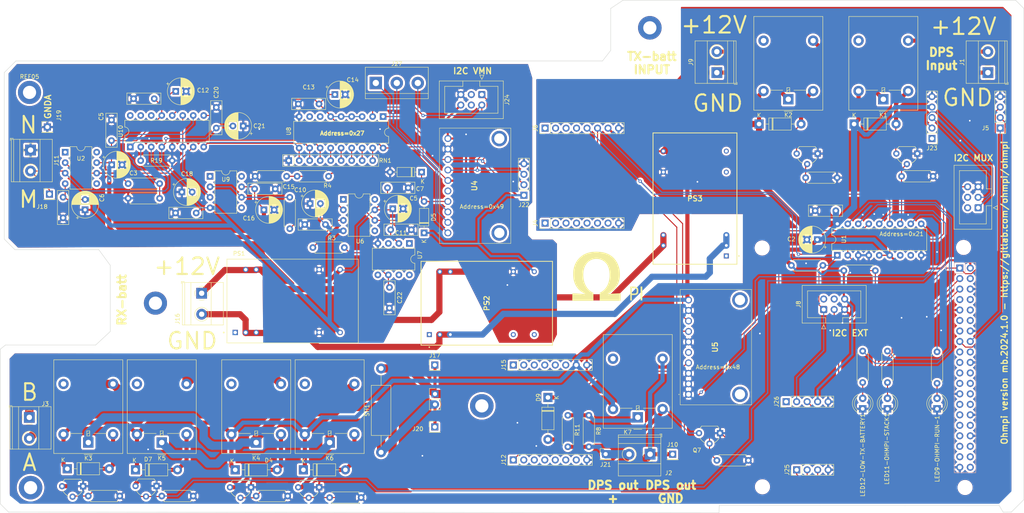
<source format=kicad_pcb>
(kicad_pcb (version 20240108) (generator "pcbnew") (generator_version "8.0")
  (title_block (comment 4 "AISLER Project ID: WKFZBMTY"))
  (layers (0 "F.Cu" signal) (31 "B.Cu" signal) (34 "B.Paste" user) (35 "F.Paste" user) (36 "B.SilkS" user "B.Silkscreen") (37 "F.SilkS" user "F.Silkscreen") (38 "B.Mask" user) (39 "F.Mask" user) (44 "Edge.Cuts" user))
  (net 0 "")
  (net 1 "5VD")
  (net 2 "GNDD")
  (net 3 "GNDA")
  (net 6 "SDA1")
  (net 8 "SCL1")
  (net 10 "SCL2")
  (net 11 "SDA2")
  (net 13 "AN")
  (net 18 "Net-(U7-VOUT)")
  (net 19 "3V3")
  (net 20 "Net-(D1-A)")
  (net 21 "Net-(D2-A)")
  (net 22 "Net-(D5-A)")
  (net 23 "Net-(D9-A)")
  (net 24 "SDA3")
  (net 25 "SCL3")
  (net 26 "Net-(LED11-OHMPI-STACK1-A)")
  (net 27 "Net-(LED12-LOW-TX-BATTERY1-A)")
  (net 51 "Net-(D3-A)")
  (net 52 "Net-(D4-A)")
  (net 53 "Net-(D7-A)")
  (net 54 "Net-(D8-A)")
  (net 55 "+12V_TX_bat")
  (net 56 "GND_TX_bat")
  (net 57 "/Vmn_measurement/Electrode_M")
  (net 58 "GNDPWR")
  (net 59 "+12V")
  (net 61 "-12V_A")
  (net 62 "+12V_A")
  (net 69 "5VA")
  (net 72 "GP2")
  (net 73 "GP3")
  (net 74 "GP0")
  (net 75 "GP1")
  (net 93 "Net-(J14-Pin_2)")
  (net 97 "/Current_injection_and_measurement/A")
  (net 98 "/Current_injection_and_measurement/B")
  (net 99 "GP4")
  (net 100 "GP5")
  (net 101 "GP6")
  (net 102 "GP7")
  (net 112 "Net-(U6-+)")
  (net 113 "Net-(U6--)")
  (net 114 "Net-(U9--)")
  (net 115 "Net-(U2--)")
  (net 120 "Net-(RN1-R4)")
  (net 121 "Net-(RN1-R5)")
  (net 122 "SDA1_3V3")
  (net 123 "SCL1_3V3")
  (net 124 "Net-(RN1-R6)")
  (net 125 "Net-(RN1-R7)")
  (net 126 "Net-(RN1-R8)")
  (net 131 "Net-(R23-Pad2)")
  (net 132 "MNGP0")
  (net 133 "MNGP1")
  (net 134 "MNGP2")
  (net 135 "SDA3_3V3")
  (net 136 "SCL3_3V3")
  (net 138 "Net-(R19-Pad1)")
  (net 150 "Net-(U9-+)")
  (net 152 "Net-(LED9-OHMPI-RUN-1-A)")
  (net 153 "/Relay_switch_DPS/out_12v_DPS")
  (net 154 "/Relay_switch_DPS/out_GND_DPS")
  (net 155 "/Current_injection_and_measurement/Input_DPS_+_alim")
  (net 156 "/Current_injection_and_measurement/Input_DPS_GND_alim")
  (net 157 "Net-(K7-Pad1)")
  (net 158 "Net-(J27-Pin_1)")
  (net 159 "Net-(J27-Pin_2)")
  (net 160 "Net-(J27-Pin_3)")
  (footprint "Connector_PinHeader_2.54mm:PinHeader_1x01_P2.54mm_Vertical" (layer "F.Cu") (at 26.162 77.978)
    (property "Reference" "J18")
    (property "Value" "ELEC_M" (hide yes))
  )
  (footprint "MountingHole:MountingHole_3.2mm_M3" (layer "F.Cu") (at 198.74 148.89)
    (property "Reference" "REF01" (hide yes))
    (property "Value" "MountingHole_3.2mm_M3" (hide yes))
  )
  (footprint "Package_DIP:DIP-8_W7.62mm" (layer "F.Cu") (at 65.034 73.67)
    (property "Reference" "U9")
    (property "Value" "OP07")
  )
  (footprint "Capacitor_THT:CP_Radial_D6.3mm_P2.50mm" (layer "F.Cu") (at 73.064379 61.468 180)
    (property "Reference" "C21")
    (property "Value" "10uF")
  )
  (footprint "Resistor_THT:R_Axial_DIN0207_L6.3mm_D2.5mm_P7.62mm_Horizontal" (layer "F.Cu") (at 43.18 151.13 180)
    (property "Reference" "R6" (hide yes))
    (property "Value" "100k")
  )
  (footprint "TerminalBlock_Phoenix:TerminalBlock_Phoenix_MKDS-1,5-2-5.08_1x02_P5.08mm_Horizontal" (layer "F.Cu") (at 253.305 48.545 90)
    (property "Reference" "J1")
    (property "Value" "DPS_out_12v_GND" (hide yes))
  )
  (footprint "Resistor_THT:R_Axial_DIN0207_L6.3mm_D2.5mm_P7.62mm_Horizontal" (layer "F.Cu") (at 240.03 73.66 180)
    (property "Reference" "R1" (hide yes))
    (property "Value" "100k")
  )
  (footprint "Resistor_THT:R_Axial_DIN0207_L6.3mm_D2.5mm_P7.62mm_Horizontal" (layer "F.Cu") (at 86.106 73.66)
    (property "Reference" "R4")
    (property "Value" "100k")
  )
  (footprint "TerminalBlock_Phoenix:TerminalBlock_Phoenix_MKDS-1,5-2-5.08_1x02_P5.08mm_Horizontal" (layer "F.Cu") (at 187.695 48.545 90)
    (property "Reference" "J9")
    (property "Value" "TX_bat" (hide yes))
  )
  (footprint "Relay_THT:Relay_SPDT_Omron-G5LE-1" (layer "F.Cu") (at 93.98 138.1675 180)
    (property "Reference" "K6")
    (property "Value" "G5LE-1")
  )
  (footprint "Resistor_THT:R_Axial_DIN0207_L6.3mm_D2.5mm_P7.62mm_Horizontal" (layer "F.Cu") (at 89.916 90.932)
    (property "Reference" "R3")
    (property "Value" "100K")
  )
  (footprint "Relay_THT:Relay_SPDT_Omron-G5LE-1" (layer "F.Cu") (at 228 55 180)
    (property "Reference" "K1")
    (property "Value" "G5LE-1")
  )
  (footprint "Connector_PinHeader_2.54mm:PinHeader_1x01_P2.54mm_Vertical" (layer "F.Cu") (at 119.43 134.38)
    (property "Reference" "J20")
    (property "Value" "shunt +")
  )
  (footprint "Relay_THT:Relay_SPDT_Omron-G5LE-1" (layer "F.Cu") (at 76.2 138.1675 180)
    (property "Reference" "K4")
    (property "Value" "G5LE-1")
  )
  (footprint "Package_DIP:DIP-8_W7.62mm" (layer "F.Cu") (at 113.274 89.926 -90)
    (property "Reference" "U7")
    (property "Value" "REF03GP")
  )
  (footprint "Diode_THT:D_DO-35_SOD27_P7.62mm_Horizontal" (layer "F.Cu") (at 116.84 87.376 90)
    (property "Reference" "D5")
    (property "Value" "BAT86")
  )
  (footprint "Diode_THT:D_DO-41_SOD81_P10.16mm_Horizontal" (layer "F.Cu") (at 71.12 144.78)
    (property "Reference" "D4")
    (property "Value" "1N4007")
  )
  (footprint "Resistor_THT:R_Axial_DIN0207_L6.3mm_D2.5mm_P7.62mm_Horizontal" (layer "F.Cu") (at 209.19 74)
    (property "Reference" "R2" (hide yes))
    (property "Value" "100k")
  )
  (footprint "Connector_PinHeader_2.54mm:PinHeader_1x05_P2.54mm_Vertical" (layer "F.Cu") (at 204.475 128.27 90)
    (property "Reference" "J26")
    (property "Value" "Conn_01x05_Socket" (hide yes))
  )
  (footprint "Package_DIP:DIP-8_W7.62mm" (layer "F.Cu") (at 29.972 67.818)
    (property "Reference" "U2")
    (property "Value" "OP07")
  )
  (footprint "Resistor_THT:R_Axial_DIN0207_L6.3mm_D2.5mm_P7.62mm_Horizontal" (layer "F.Cu") (at 229 116 -90)
    (property "Reference" "R12" (hide yes))
    (property "Value" "330 ohms")
  )
  (footprint "TerminalBlock_Phoenix:TerminalBlock_Phoenix_MKDS-1,5-2-5.08_1x02_P5.08mm_Horizontal" (layer "F.Cu") (at 21.59 67.31 -90)
    (property "Reference" "J11")
    (property "Value" "Screw_Terminal_VMN" (hide yes))
  )
  (footprint "Connector_PinHeader_2.54mm:PinHeader_1x08_P2.54mm_Vertical" (layer "F.Cu") (at 146.125 85 90)
    (property "Reference" "J4")
    (property "Value" "Conn_01x08_Socket")
  )
  (footprint "Resistor_THT:R_Axial_DIN0207_L6.3mm_D2.5mm_P7.62mm_Horizontal" (layer "F.Cu") (at 223 116 -90)
    (property "Reference" "R13" (hide yes))
    (property "Value" "330 ohms")
  )
  (footprint "Connector_PinHeader_2.54mm:PinHeader_1x08_P2.54mm_Vertical" (layer "F.Cu") (at 146.125 62 90)
    (property "Reference" "J6")
    (property "Value" "Conn_01x08_Socket")
  )
  (footprint "Connector_PinHeader_2.54mm:PinHeader_1x04_P2.54mm_Vertical" (layer "F.Cu") (at 141 78.25 180)
    (property "Reference" "J22")
    (property "Value" "Conn_01x04_Socket" (hide yes))
  )
  (footprint "Capacitor_THT:C_Disc_D8.0mm_W2.5mm_P5.00mm" (layer "F.Cu") (at 29.464 78.73 -90)
    (property "Reference" "C4" (hide yes))
    (property "Value" "100nF")
  )
  (footprint "Connector_IDC:IDC-Header_2x03_P2.54mm_Vertical" (layer "F.Cu") (at 250.9425 81.285 180)
    (property "Reference" "J13" (hide yes))
    (property "Value" "Connector_I2C_for_mux" (hide yes))
  )
  (footprint "Package_DIP:DIP-18_W7.62mm" (layer "F.Cu") (at 216.85 92.8 90)
    (property "Reference" "U1")
    (property "Value" "MCP23008-xP")
  )
  (footprint "TerminalBlock:TerminalBlock_bornier-3_P5.08mm" (layer "F.Cu") (at 105.156 51.054)
    (property "Reference" "J27")
    (property "Value" "Screw_Terminal_01x03")
  )
  (footprint "Connector_IDC:IDC-Header_2x03_P2.54mm_Vertical" (layer "F.Cu") (at 213.56 105.9375 90)
    (property "Reference" "J8")
    (property "Value" "Connector_I2C_for_MCP23008" (hide yes))
  )
  (footprint "MountingHole:MountingHole_3.2mm_M3_DIN965_Pad" (layer "F.Cu") (at 51.816 104.394)
    (property "Reference" "REF04" (hide yes))
    (property "Value" "MountingHole_3.2mm_M3_DIN965_Pad" (hide yes))
  )
  (footprint "THD_15-1222N:CONV_THD_15-1222N" (layer "F.Cu") (at 85.02 103.886)
    (property "Reference" "PS1")
    (property "Value" "THD_15-1222N")
  )
  (footprint "Connector_PinHeader_2.54mm:PinHeader_1x02_P2.54mm_Vertical" (layer "F.Cu") (at 119.475 126.395)
    (property "Reference" "J14" (hide yes))
    (property "Value" "Conn_01x02_Socket" (hide yes))
  )
  (footprint "Resistor_THT:R_Axial_DIN0207_L6.3mm_D2.5mm_P7.62mm_Horizontal" (layer "F.Cu") (at 48.245 69.86)
    (property "Reference" "R19")
    (property "Value" "100k")
  )
  (footprint "Package_TO_SOT_THT:TO-92L_Wide" (layer "F.Cu") (at 91.45 149.01 180)
    (property "Reference" "Q6" (hide yes))
    (property "Value" "ZVN4206ASTZ" (hide yes))
  )
  (footprint "Connector_IDC:IDC-Header_2x03_P2.54mm_Vertical" (layer "F.Cu") (at 130.81 53.8575 -90)
    (property "Reference" "J24")
    (property "Value" "Connector_I2C_for_MC" (hide yes))
  )
  (footprint "Capacitor_THT:CP_Radial_D6.3mm_P2.50mm" (layer "F.Cu") (at 34.788 81.778 90)
    (property "Reference" "C6")
    (property "Value" "10uF")
  )
  (footprint "Package_TO_SOT_THT:TO-92L_Wide" (layer "F.Cu") (at 188.468 135.89 180)
    (property "Reference" "Q7")
    (property "Value" "ZVN4206ASTZ" (hide yes))
  )
  (footprint "TerminalBlock_Phoenix:TerminalBlock_Phoenix_MKDS-1,5-2-5.08_1x02_P5.08mm_Horizontal" (layer "F.Cu") (at 21.285 132.075 -90)
    (property "Reference" "J3")
    (property "Value" "Screw_Terminal_AB" (hide yes))
  )
  (footprint "Diode_THT:D_DO-35_SOD27_P7.62mm_Horizontal" (layer "F.Cu") (at 116.232077 72.644 180)
    (property "Reference" "D6" (hide yes))
    (property "Value" "BAT86")
  )
  (footprint "Package_TO_SOT_THT:TO-92L_Wide" (layer "F.Cu") (at 52.08 148.7 180)
    (property "Reference" "Q5" (hide yes))
    (property "Value" "ZVN4206ASTZ" (hide yes))
  )
  (footprint "Package_TO_SOT_THT:TO-92L_Wide" (layer "F.Cu") (at 236.23 68.16 180)
    (property "Reference" "Q1" (hide yes))
    (property "Value" "ZVN4206ASTZ" (hide yes))
  )
  (footprint "Resistor_THT:R_Axial_DIN0207_L6.3mm_D2.5mm_P7.62mm_Horizontal" (layer "F.Cu") (at 60.96 151.13 180)
    (property "Reference" "R15" (hide yes))
    (property "Value" "100k")
  )
  (footprint "Resistor_THT:R_Axial_DIN0207_L6.3mm_D2.5mm_P7.62mm_Horizontal" (layer "F.Cu") (at 45.212 75.438)
    (property "Reference" "R23" (hide yes))
    (property "Value" "100k")
  )
  (footprint "Capacitor_THT:C_Disc_D8.0mm_W2.5mm_P5.00mm" (layer "F.Cu") (at 75.819621 76.708)
    (property "Reference" "C15")
    (property "Value" "100nF" (hide yes))
  )
  (footprint "Capacitor_THT:C_Disc_D8.0mm_W2.5mm_P5.00mm" (layer "F.Cu") (at 41.178 65.014 90)
    (property "Reference" "C5")
    (property "Value" "100nF")
  )
  (footprint "Capacitor_THT:CP_Radial_D6.3mm_P2.50mm" (layer "F.Cu") (at 212 89 180)
    (property "Reference" "C2")
    (property "Value" "10uF")
  )
  (footprint "TerminalBlock_Phoenix:TerminalBlock_Phoenix_MKDS-1,5-2-5.08_1x02_P5.08mm_Horizontal" (layer "F.Cu") (at 171.545 141 180)
    (property "Reference" "J2")
    (property "Value" "DPS5005_input_0_to_50V" (hide yes))
  )
  (footprint "Capacitor_THT:CP_Radial_D6.3mm_P2.50mm" (layer "F.Cu") (at 41.235621 70.866)
    (property "Reference" "C3")
    (property "Value" "10uF")
  )
  (footprint "Resistor_THT:R_Axial_DIN0207_L6.3mm_D2.5mm_P7.62mm_Horizontal" (layer "F.Cu") (at 226.06 96.52 180)
    (property "Reference" "R18" (hide yes))
    (property "Value" "4.7K")
  )
  (footprint "Resistor_THT:R_Array_SIP9" (layer "F.Cu") (at 84.074 69.85)
    (property "Reference" "RN1")
    (property "Value" "R_Network08" (hide yes))
  )
  (footprint "Resistor_THT:R_Axial_DIN0207_L6.3mm_D2.5mm_P7.62mm_Horizontal" (layer "F.Cu") (at 213.36 95.25 180)
    (property "Reference" "R17" (hide yes))
    (property "Value" "4.7K" (hide yes))
  )
  (footprint "Capacitor_THT:C_Disc_D8.0mm_W2.5mm_P5.00mm" (layer "F.Cu") (at 108.458 100.584 -90)
    (property "Reference" "C22")
    (property "Value" "100nF")
  )
  (footprint "Resistor_THT:R_Axial_DIN0207_L6.3mm_D2.5mm_P7.62mm_Horizontal" (layer "F.Cu") (at 84.328 78.74 -90)
    (property "Reference" "R5" (hide yes))
    (property "Value" "100k" (hide yes))
  )
  (footprint "MountingHole:MountingHole_3.2mm_M3_DIN965_Pad" (layer "F.Cu") (at 21.336 53.34)
    (property "Reference" "REF05")
    (property "Value" "MountingHole_3.2mm_M3_DIN965_Pad" (hide yes))
  )
  (footprint "Capacitor_THT:CP_Radial_D6.3mm_P2.50mm" (layer "F.Cu") (at 109.26 81.534)
    (property "Reference" "C5")
    (property "Value" "10uF")
  )
  (footprint "LED_THT:LED_D4.0mm" (layer "F.Cu") (at 241 130 90)
    (property "Reference" "LED9-OHMPI-RUN-1")
    (property "Value" "LED" (hide yes))
  )
  (footprint "Diode_THT:D_DO-41_SOD81_P10.16mm_Horizontal" (layer "F.Cu") (at 46.99 144.78)
    (property "Reference" "D7")
    (property "Value" "1N4007")
  )
  (footprint "Diode_THT:D_DO-41_SOD81_P10.16mm_Horizontal" (layer "F.Cu") (at 197.92 61)
    (property "Reference" "D2" (hide yes))
    (property "Value" "1N4007")
  )
  (footprint "Resistor_THT:R_Axial_DIN0207_L6.3mm_D2.5mm_P7.62mm_Horizontal" (layer "F.Cu") (at 83.82 151.13 180)
    (property "Reference" "R7" (hide yes))
    (property "Value" "100k")
  )
  (footprint "MountingHole:MountingHole_3.2mm_M3_ISO7380_Pad" (layer "F.Cu") (at 21.59 149.098)
    (property "Reference" "REF**" (hide yes))
    (property "Value" "MountingHole_3.2mm_M3_ISO7380_Pad" (hide yes))
  )
  (footprint "MountingHole:MountingHole_3.2mm_M3" (layer "F.Cu") (at 247.42 90.9)
    (property "Reference" "REF03" (hide yes))
    (property "Value" "MountingHole_3.2mm_M3" (hide yes))
  )
  (footprint "1085:1085" (layer "F.Cu") (at 180.848 126.492 -90)
    (property "Reference" "U5")
    (property "Value" "1085" (hide yes))
  )
  (footprint "Resistor_THT:R_Axial_DIN0207_L6.3mm_D2.5mm_P7.62mm_Horizontal" (layer "F.Cu") (at 195.326 142.494 180)
    (property "Reference" "R9" (hide yes))
    (property "Value" "100k")
  )
  (footprint "Connector_PinHeader_2.54mm:PinHeader_1x08_P2.54mm_Vertical" (layer "F.Cu") (at 138.43 142.38 90)
    (property "Reference" "J12")
    (property "Value" "Conn_01x08_Socket" (hide yes))
  )
  (footprint "MountingHole:MountingHole_3.2mm_M3" (layer "F.Cu") (at 198.67 91.03)
    (property "Reference" "REF2" (hide yes))
    (property "Value" "MountingHole_3.2mm_M3" (hide yes))
  )
  (footprint "Capacitor_THT:CP_Radial_D6.3mm_P2.50mm" (layer "F.Cu") (at 56.729621 53.086)
    (property "Reference" "C12")
    (property "Value" "10uF")
  )
  (footprint "Connector_PinHeader_2.54mm:PinHeader_1x01_P2.54mm_Vertical" (layer "F.Cu") (at 119.43 119.38)
    (property "Reference" "J17")
    (property "Value" "DPS GND")
  )
  (footprint "Diode_THT:D_DO-41_SOD81_P10.16mm_Horizontal" (layer "F.Cu") (at 87.63 144.78)
    (property "Reference" "D8" (hide yes))
    (property "Value" "1N4007")
  )
  (footprint "Diode_THT:D_DO-41_SOD81_P10.16mm_Horizontal" (layer "F.Cu") (at 220.92 61)
    (property "Reference" "D1" (hide yes))
    (property "Value" "1N4007")
  )
  (footprint "Connector_PinHeader_2.54mm:PinHeader_1x01_P2.54mm_Vertical" (layer "F.Cu") (at 25.654 61.722)
    (property "Reference" "J19")
    (property "Value" "ELEC_N" (hide yes))
  )
  (footprint "THD_15-1211N:THD151211N" (layer "F.Cu") (at 189.992 92.964 180)
    (property "Reference" "PS3")
    (property "Value" "THD_15-1211N" (hide yes))
  )
  (footprint "Package_DIP:DIP-18_W7.62mm" (layer "F.Cu") (at 106.924 59.192 -90)
    (property "Reference" "U8")
    (property "Value" "MCP23008-xP" (hide yes))
  )
  (footprint "LED_THT:LED_D4.0mm" (layer "F.Cu") (at 229 130 90)
    (property "Reference" "LED11-OHMPI-STACK1")
    (property "Value" "LED" (hide yes))
  )
  (footprint "Package_TO_SOT_THT:TO-92L_Wide" (layer "F.Cu") (at 74.94 149.01 180)
    (property "Reference" "Q4" (hide yes))
    (property "Value" "ZVN4206ASTZ" (hide yes))
  )
  (footprint "Diode_THT:D_DO-41_SOD81_P10.16mm_Horizontal" (layer "F.Cu") (at 30.48 144.5175)
    (property "Reference" "D3" (hide yes))
    (property "Value" "1N4007")
  )
  (footprint "Relay_THT:Relay_SPDT_Omron-G5LE-1" (layer "F.Cu") (at 205 55 180)
    (property "Reference" "K2")
    (property "Value" "G5LE-1")
  )
  (footprint "MountingHole:MountingHole_3.2mm_M3" (layer "F.Cu") (at 247.78 149.06)
    (property "Reference" "REF00" (hide yes))
    (property "Value" "MountingHole_3.2mm_M3" (hide yes))
  )
  (footprint "Capacitor_THT:CP_Radial_D6.3mm_P2.50mm" (layer "F.Cu") (at 95.25 53.848)
    (property "Reference" "C14")
    (property "Value" "10uF")
  )
  (footprint "Relay_THT:Relay_SPDT_Omron-G5LE-1" (layer "F.Cu") (at 168.56 132.056 180)
    (property "Reference" "K7")
    (property "Value" "G5LE-1")
  )
  (footprint "MountingHole:MountingHole_3.2mm_M3_ISO7380_Pad" (layer "F.Cu") (at 171.48 37.69)
    (property "Reference" "REF**" (hide yes))
    (property "Value" "MountingHole_3.2mm_M3_ISO7380_Pad" (hide yes))
  )
  (footprint "ohmpi_logo:ohmpi_logo" (layer "F.Cu") (at 161.036 97.79)
    (property "Reference" "G***" (hide yes))
    (property "Value" "LOGO" (hide yes))
  )
  (footprint "Resistor_THT:R_Axial_DIN0207_L6.3mm_D2.5mm_P7.62mm_Horizontal" (layer "F.Cu") (at 151.638 131.572 -90)
    (property "Reference" "R11")
    (property "Value" "1k")
  )
  (footprint "Capacitor_THT:C_Disc_D8.0mm_W2.5mm_P5.00mm" (layer "F.Cu") (at 108.752 86.614)
    (property "Reference" "C11")
    (property "Value" "100nF")
  )
  (footprint "Capacitor_THT:C_Disc_D8.0mm_W2.5mm_P5.00mm" (layer "F.Cu") (at 61.682 82.55 180)
    (property "Reference" "C17" (hide yes))
    (property "Value" "100nF")
  )
  (footprint "Capacitor_THT:C_Disc_D8.0mm_W2.5mm_P5.00mm" (layer "F.Cu") (at 107.99 76.454)
    (property "Reference" "C7")
    (property "Value" "100nF")
  )
  (footprint "Connector_PinHeader_2.54mm:PinHeader_1x05_P2.54mm_Vertical" (layer "F.Cu") (at 239.776 64.511 180)
    (property "Reference" "J23")
    (property "Value" "Conn_01x05_Socket" (hide yes))
  )
  (footprint "Diode_THT:D_DO-41_SOD81_P10.16mm_Horizontal" (layer "F.Cu") (at 146.812 127.254 -90)
    (property "Reference" "D9")
    (property "Value" "1N4007")
  )
  (footprint "Capacitor_THT:CP_Radial_D6.3mm_P2.50mm" (layer "F.Cu") (at 58.206 77.47)
    (property "Reference" "C18")
    (property "Value" "10uF")
  )
  (footprint "Capacitor_THT:C_Disc_D8.0mm_W2.5mm_P5.00mm" (layer "F.Cu") (at 91.4 56.134 180)
    (property "Reference" "C13")
    (property "Value" "100nF")
  )
  (footprint "Package_TO_SOT_THT:TO-92L_Wide" (layer "F.Cu") (at 34.3 148.7475 180)
    (property "Reference" "Q3" (hide yes))
    (property "Value" "ZVN4206ASTZ" (hide yes))
  )
  (footprint "Capacitor_THT:CP_Radial_D6.3mm_P2.50mm" (layer "F.Cu") (at 78.065621 81.788)
    (property "Reference" "C16")
    (property "Value" "10uF")
  )
  (footprint "Package_DIP:DIP-8_W7.62mm" (layer "F.Cu") (at 97.292 79.258)
    (property "Reference" "U6")
    (property "Value" "OP07")
  )
  (footprint "Resistor_THT:R_Axial_DIN0207_L6.3mm_D2.5mm_P7.62mm_Horizontal" (layer "F.Cu") (at 101.6 151.5 180)
    (property "Reference" "R16" (hide yes))
    (property "Value" "100k")
  )
  (footprint "Capacitor_THT:CP_Radial_D6.3mm_P2.50mm" (layer "F.Cu") (at 89.241621 80.264)
    (property "Reference" "C10")
    (property "Value" "10uF")
  )
  (footprint "Resistor_THT:R_Axial_DIN0207_L6.3mm_D2.5mm_P7.62mm_Horizontal" (layer "F.Cu") (at 241 116.19 -90)
    (property "Reference" "R10" (hide yes))
    (property "Value" "330 ohms")
  )
  (footprint "Resistor_THT:R_Axial_DIN0207_L6.3mm_D2.5mm_P7.62mm_Horizontal" (layer "F.Cu") (at 52.832 78.994 180)
    (property "Reference" "R24" (hide yes))
    (property "Value" "100k")
  )
  (footprint "Connector_PinHeader_2.54mm:PinHeader_1x01_P2.54mm_Vertical" (layer "F.Cu") (at 177 141)
    (property "Reference" "J10")
    (property "Value" "DPS+")
  )
  (footprint "LED_THT:LED_D4.0mm" (layer "F.Cu") (at 223 130 90)
    (property "Reference" "LED12-LOW-TX-BATTERY1")
    (property "Value" "LED" (hide yes))
  )
  (footprint "Connector_PinHeader_2.54mm:PinHeader_1x04_P2.54mm_Vertical" (layer "F.Cu") (at 207.02 144.78 90)
    (property "Reference" "J25")
    (property "Value" "Conn_01x04_Socket" (hide yes))
  )
  (footprint "Connector_PinHeader_2.54mm:PinHeader_1x01_P2.54mm_Vertical" (layer "F.Cu") (at 160.782 140.97)
    (property "Reference" "J21")
    (property "Value" "shunt -")
  )
  (footprint "Capacitor_THT:C_Disc_D8.0mm_W2.5mm_P5.00mm" (layer "F.Cu") (at 51.522 54.864 180)
    (property "Reference" "C19" (hide yes))
    (property "Value" "100nF")
  )
  (footprint "Capacitor_THT:C_Disc_D8.0mm_W2.5mm_P5.00mm" (layer "F.Cu") (at 92.964 85.344 180)
    (property "Reference" "C8" (hide yes))
    (property "Value" "100nF" (hide yes))
  )
  (footprint "Capacitor_THT:C_Disc_D8.0mm_W2.5mm_P5.00mm" (layer "F.Cu") (at 66.548 61.976 90)
    (property "Reference" "C20")
    (property "Value" "100nF")
  )
  (footprint "TerminalBlock_Phoenix:TerminalBlock_Phoenix_MKDS-1,5-2-5.08_1x02_P5.08mm_Horizontal" (layer "F.Cu") (at 63 102 -90)
    (property "Reference" "J16")
    (property "Value" "RX_bat" (hide yes))
  )
  (footprint "Resistor_THT:R_Axial_DIN0207_L6.3mm_D2.5mm_P7.62mm_Horizontal" (layer "F.Cu") (at 75.946 73.66)
    (property "Reference" "R26" (hide yes))
    (property "Value" "100k")
  )
  (footprint "Capacitor_THT:C_Disc_D8.0mm_W2.5mm_P5.00mm" (layer "F.Cu") (at 216.5 82 180)
    (property "Reference" "C1" (hide yes))
    (property "Value" "100nF")
  )
  (footprint "Relay_THT:Relay_SPDT_Omron-G5LE-1" (layer "F.Cu") (at 35.56 138.1675 180)
    (property "Reference" "K3")
    (property "Value" "G5LE-1")
  )
  (footprint "Resistor_THT:R_Axial_DIN0414_L11.9mm_D4.5mm_P20.32mm_Horizontal" (layer "F.Cu") (at 106.43 140.54 90)
    (property "Reference" "SH1")
    (property "Value" "2 ohms")
  )
  (footprint "MountingHole:MountingHole_3.2mm_M3_ISO7380_Pad" (layer "F.Cu") (at 130.81 129.286)
    (property "Reference" "REF**" (hide yes))
    (property "Value" "MountingHole_3.2mm_M3_ISO7380_Pad" (hide yes))
  )
  (footprint "1085:1085" (layer "F.Cu") (at 122.6 87.376 -90)
    (property "Reference" "U4")
    (property "Value" "1085" (hide yes))
  )
  (footprint "Connector_PinHeader_2.54mm:PinHeader_1x08_P2.54mm_Vertical" (layer "F.Cu") (at 138.43 119.38 90)
    (property "Reference" "J15")
    (property "Value" "Conn_01x08_Socket" (hide yes))
  )
  (footprint "Relay_THT:Relay_SPDT_Omron-G5LE-1" (layer "F.Cu") (at 53.34 138.1675 180)
    (property "Reference" "K5")
    (property "Value" "G5LE-1")
  )
  (footprint "Package_DIP:DIP-16_W7.62mm" (layer "F.Cu") (at 45.72 66.548 90)
    (property "Reference" "U10")
    (property "Value" "DG411xJ")
  )
  (footprint "THD_15-1211N:THD151211N" (layer "F.Cu") (at 118.11 112.014 90)
    (property "Reference" "PS2")
    (property "Value" "THD_15-1211N" (hide yes))
  )
  (footprint "Package_TO_SOT_THT:TO-92L_Wide" (layer "F.Cu") (at 212.1 68.16 180)
    (property "Reference" "Q2" (hide yes))
    (property "Value" "ZVN4206ASTZ" (hide yes))
  )
  (footprint "Connector_PinHeader_2.54mm:PinHeader_1x04_P2.54mm_Vertical" (layer "F.Cu") (at 256.286 61.976 180)
    (property "Reference" "J5")
    (property "Value" "Conn_01x04_Socket" (hide yes))
  )
  (footprint "Resistor_THT:R_Axial_DIN0207_L6.3mm_D2.5mm_P7.62mm_Horizontal" (layer "F.Cu") (at 156.718 131.572 -90)
    (property "Reference" "R8")
    (property "Value" "1k")
  )
  (footprint "Connector_PinSocket_2.54mm:PinSocket_2x20_P2.54mm_Vertical" (layer "B.Cu") (at 246.5 95.9 180)
    (property "Reference" "J7")
    (property "Value" "Raspberry_Pi_2_3")
  )
  (gr_line (start 165 31) (end 162 33) (stroke (width 0.1)) (layer "Edge.Cuts"))
  (gr_line (start 37.338 114.554) (end 15.494 114.554) (stroke (width 0.1)) (layer "Edge.Cuts"))
  (gr_line (start 162 33) (end 162 43.18) (stroke (width 0.1)) (layer "Edge.Cuts"))
  (gr_line (start 18.034 45.72) (end 15.24 48.514) (stroke (width 0.1)) (layer "Edge.Cuts"))
  (gr_line (start 256.98 155.02) (end 259 155) (stroke (width 0.1)) (layer "Edge.Cuts"))
  (gr_line (start 15.24 88.9) (end 17.78 91.44) (stroke (width 0.1)) (layer "Edge.Cuts"))
  (gr_line (start 160.02 45.72) (end 18.034 45.72) (stroke (width 0.1)) (layer "Edge.Cuts"))
  (gr_line (start 260 31) (end 165 31) (stroke (width 0.1)) (layer "Edge.Cuts"))
  (gr_line (start 262 152) (end 262 33) (stroke (width 0.1)) (layer "Edge.Cuts"))
  (gr_line (start 38.1 91.44) (end 40.894 95.25) (stroke (width 0.1)) (layer "Edge.Cuts"))
  (gr_line (start 17.78 91.44) (end 38.1 91.44) (stroke (width 0.1)) (layer "Edge.Cuts"))
  (gr_line (start 15.494 114.554) (end 14.24 115.57) (stroke (width 0.1)) (layer "Edge.Cuts"))
  (gr_line (start 162 43.18) (end 160.02 45.72) (stroke (width 0.1)) (layer "Edge.Cuts"))
  (gr_line (start 14.24 153) (end 16.24 155) (stroke (width 0.1)) (layer "Edge.Cuts"))
  (gr_line (start 14.24 115.57) (end 14.24 153) (stroke (width 0.1)) (layer "Edge.Cuts"))
  (gr_line (start 259 155) (end 262 152) (stroke (width 0.1)) (layer "Edge.Cuts"))
  (gr_line (start 40.894 111.252) (end 40.894 95.25) (stroke (width 0.1)) (layer "Edge.Cuts"))
  (gr_line (start 188.27 153.4) (end 188.214 155.194) (stroke (width 0.1)) (layer "Edge.Cuts"))
  (gr_line (start 15.24 48.514) (end 15.24 88.9) (stroke (width 0.1)) (layer "Edge.Cuts"))
  (gr_line (start 256.032 153.416) (end 256.98 155.02) (stroke (width 0.1)) (layer "Edge.Cuts"))
  (gr_line (start 40.894 111.252) (end 37.338 114.554) (stroke (width 0.1)) (layer "Edge.Cuts"))
  (gr_line (start 16.24 155) (end 188.214 155.194) (stroke (width 0.1)) (layer "Edge.Cuts"))
  (gr_line (start 188.27 153.4) (end 256.032 153.416) (stroke (width 0.1)) (layer "Edge.Cuts"))
  (gr_line (start 260 31) (end 262 33) (stroke (width 0.1)) (layer "Edge.Cuts"))
  (gr_text "M" (at 21.082 79.248 0) (layer "F.SilkS") (effects (font (size 4 4) (thickness 0.5))))
  (gr_text "I2C EXT" (at 215.392 112.522 0) (layer "F.SilkS") (effects (font (size 1.5 1.5) (thickness 0.3) (bold yes)) (justify left bottom)))
  (gr_text "+12V" (at 187 37 0) (layer "F.SilkS") (effects (font (size 4 4) (thickness 0.5))))
  (gr_text "DPS out\nGND" (at 176.53 150.114 0) (layer "F.SilkS") (effects (font (size 2 2) (thickness 0.5))))
  (gr_text "Address=0x27" (at 97.028 63.246 0) (layer "F.SilkS") (effects (font (size 1 1) (thickness 0.25))))
  (gr_text "B" (at 21.336 125.984 0) (layer "F.SilkS") (effects (font (size 4 4) (thickness 0.5))))
  (gr_text "RX-batt" (at 43.688 103.632 90) (layer "F.SilkS") (effects (font (size 2 2) (thickness 0.5))))
  (gr_text "Address=0x49" (at 130.81 81.026 0) (layer "F.SilkS") (effects (font (size 1 1))))
  (gr_text "GND" (at 248.412 54.61 0) (layer "F.SilkS") (effects (font (size 4 4) (thickness 0.5))))
  (gr_text "GND" (at 187.932659 55.972876 0) (layer "F.SilkS") (effects (font (size 4 4) (thickness 0.5))))
  (gr_text "DPS\nInput" (at 242.062 45.212 0) (layer "F.SilkS") (effects (font (size 2 2) (thickness 0.5))))
  (gr_text "GND" (at 60.706 113.538 0) (layer "F.SilkS") (effects (font (size 4 4) (thickness 0.5))))
  (gr_text "Ohmpi version mb.2024.1.0 - https://gitlab.com/ohmpi/ohmpi" (at 257.302 101.854 90) (layer "F.SilkS") (effects (font (size 1.5 1.5) (thickness 0.3) (bold yes))))
  (gr_text "GNDA" (at 26.67 59.944 90) (layer "F.SilkS") (effects (font (size 1.5 1.5) (thickness 0.3) (bold yes)) (justify left bottom)))
  (gr_text "I2C VMN" (at 123.698 49.022 0) (layer "F.SilkS") (effects (font (size 1.5 1.5) (thickness 0.3) (bold yes)) (justify left bottom)))
  (gr_text "I2C MUX" (at 244.856 70.104 0) (layer "F.SilkS") (effects (font (size 1.5 1.5) (thickness 0.3) (bold yes)) (justify left bottom)))
  (gr_text "+12V" (at 59.436 95.504 0) (layer "F.SilkS") (effects (font (size 4 4) (thickness 0.5))))
  (gr_text "DPS out\n+" (at 162.56 150.114 0) (layer "F.SilkS") (effects (font (size 2 2) (thickness 0.5))))
  (gr_text "+12V" (at 247.396 37.338 0) (layer "F.SilkS") (effects (font (size 4 4) (thickness 0.5))))
  (gr_text "N" (at 21.082 61.214 0) (layer "F.SilkS") (effects (font (size 4 4) (thickness 0.5))))
  (gr_text "A" (at 21.336 143.002 0) (layer "F.SilkS") (effects (font (size 4 4) (thickness 0.5))))
  (gr_text "Address=0x21" (at 232.41 87.63 0) (layer "F.SilkS") (effects (font (size 1 1))))
  (gr_text "TX-batt\nINPUT" (at 171.958 46.228 0) (layer "F.SilkS") (effects (font (size 2 2) (thickness 0.5))))
  (gr_text "Address=0x48" (at 187.96 119.888 0) (layer "F.SilkS") (effects (font (size 1 1))))
  (segment (start 246.385 76.205) (end 246.38 76.2) (width 0.25) (layer "F.Cu") (net 1))
  (segment (start 242 96) (end 244 94) (width 0.5) (layer "F.Cu") (net 1))
  (segment (start 241.3 88.9) (end 231.14 88.9) (width 0.25) (layer "F.Cu") (net 1))
  (segment (start 199 53) (end 197.92 54.08) (width 1) (layer "F.Cu") (net 1))
  (segment (start 242.57 80.01) (end 242.57 87.63) (width 0.25) (layer "F.Cu") (net 1))
  (segment (start 47.34 136.1675) (end 47.34 144.43) (width 1) (layer "F.Cu") (net 1))
  (segment (start 162.56 129.348) (end 162.56 130.056) (width 1) (layer "F.Cu") (net 1))
  (segment (start 47.34 136.1675) (end 50.1575 133.35) (width 1) (layer "F.Cu") (net 1))
  (segment (start 204.47 93.98) (end 205.74 95.25) (width 1) (layer "F.Cu") (net 1))
  (segment (start 197.92 54.08) (end 197.92 61) (width 1) (layer "F.Cu") (net 1))
  (segment (start 67.3825 133.35) (end 70.2 136.1675) (width 1) (layer "F.Cu") (net 1))
  (segment (start 146.812 127.254) (end 160.466 127.254) (width 1) (layer "F.Cu") (net 1))
  (segment (start 242.57 87.63) (end 241.3 88.9) (width 0.25) (layer "F.Cu") (net 1))
  (segment (start 244 94) (end 248.342081 94) (width 0.5) (layer "F.Cu") (net 1))
  (segment (start 229.55 92.8) (end 232.75 96) (width 0.5) (layer "F.Cu") (net 1))
  (segment (start 232.75 96) (end 242 96) (width 0.5) (layer "F.Cu") (net 1))
  (segment (start 174.76 67.6) (end 166.965 67.6) (width 0.5) (layer "F.Cu") (net 1))
  (segment (start 229.55 90.49) (end 229.55 92.8) (width 0.25) (layer "F.Cu") (net 1))
  (segment (start 218.44 103.1975) (end 218.64 103.3975) (width 0.5) (layer "F.Cu") (net 1))
  (segment (start 87.98 136.1675) (end 87.98 144.43) (width 1) (layer "F.Cu") (net 1))
  (segment (start 160.466 127.254) (end 162.56 129.348) (width 1) (layer "F.Cu") (net 1))
  (segment (start 248.4025 76.205) (end 246.385 76.205) (width 0.25) (layer "F.Cu") (net 1))
  (segment (start 181.36 61) (end 174.76 67.6) (width 1.5) (layer "F.Cu") (net 1))
  (segment (start 70.2 143.86) (end 71.12 144.78) (width 1) (layer "F.Cu") (net 1))
  (segment (start 209.56 91.44) (end 204.47 91.44) (width 1) (layer "F.Cu") (net 1))
  (segment (start 44.5225 133.35) (end 47.34 136.1675) (width 1) (layer "F.Cu") (net 1))
  (segment (start 29.56 143.5975) (end 30.48 144.5175) (width 1) (layer "F.Cu") (net 1))
  (segment (start 180.571 72.771) (end 175.4 67.6) (width 1) (layer "F.Cu") (net 1))
  (segment (start 222 59.92) (end 220.92 61) (width 1) (layer "F.Cu") (net 1))
  (segment (start 87.98 144.43) (end 87.63 144.78) (width 1) (layer "F.Cu") (net 1))
  (segment (start 246.38 76.2) (end 242.57 80.01) (width 0.25) (layer "F.Cu") (net 1))
  (segment (start 197.92 61) (end 181.36 61) (width 1.5) (layer "F.Cu") (net 1))
  (segment (start 212 89) (end 209.56 91.44) (width 1) (layer "F.Cu") (net 1))
  (segment (start 229.55 92.8) (end 227.01 92.8) (width 0.25) (layer "F.Cu") (net 1))
  (segment (start 166.965 67.6) (end 161.365 62) (width 0.5) (layer "F.Cu") (net 1))
  (segment (start 180.571 103.57) (end 180.571 72.771) (width 1) (layer "F.Cu") (net 1))
  (segment (start 249.04 94.697919) (end 249.04 95.9) (width 0.5) (layer "F.Cu") (net 1))
  (segment (start 50.1575 133.35) (end 67.3825 133.35) (width 1) (layer "F.Cu") (net 1))
  (segment (start 70.2 136.1675) (end 70.2 143.86) (width 1) (layer "F.Cu") (net 1))
  (segment (start 204.47 91.44) (end 204.47 93.98) (width 1) (layer "F.Cu") (net 1))
  (segment (start 216.85 85.18) (end 208.18 85.18) (width 1.5) (layer "F.Cu") (net 1))
  (segment (start 197.92 74.92) (end 197.92 61) (width 1.5) (layer "F.Cu") (net 1))
  (segment (start 248.342081 94) (end 249.04 94.697919) (width 0.5) (layer "F.Cu") (net 1))
  (segment (start 29.56 136.1675) (end 29.56 143.5975) (width 1) (layer "F.Cu") (net 1))
  (segment (start 208.18 85.18) (end 197.92 74.92) (width 1.5) (layer "F.Cu") (net 1))
  (segment (start 29.56 136.1675) (end 32.3775 133.35) (width 1) (layer "F.Cu") (net 1))
  (segment (start 222 53) (end 222 59.92) (width 1) (layer "F.Cu") (net 1))
  (segment (start 47.34 144.43) (end 46.99 144.78) (width 1) (layer "F.Cu") (net 1))
  (segment (start 231.14 88.9) (end 229.55 90.49) (width 0.25) (layer "F.Cu") (net 1))
  (segment (start 218.44 96.52) (end 218.44 103.1975) (width 0.5) (layer "F.Cu") (net 1))
  (segment (start 32.3775 133.35) (end 44.5225 133.35) (width 1) (layer "F.Cu") (net 1))
  (segment (start 212.09 125.222) (end 212.095 125.227) (width 0.5) (layer "B.Cu") (net 1))
  (segment (start 205.74 95.25) (end 207.01 96.52) (width 0.5) (layer "B.Cu") (net 1))
  (segment (start 223.466984 63.546984) (end 224.235016 63.546984) (width 1) (layer "B.Cu") (net 1))
  (segment (start 212.09 96.52) (end 212.995 97.425) (width 0.5) (layer "B.Cu") (net 1))
  (segment (start 225.75 89) (end 229.55 92.8) (width 1) (layer "B.Cu") (net 1))
  (segment (start 220.92 61) (end 220.92 81.11) (width 1.5) (layer "B.Cu") (net 1))
  (segment (start 214.39 96.52) (end 218.44 96.52) (width 0.5) (layer "B.Cu") (net 1))
  (segment (start 212.995 97.425) (end 213.485 97.425) (width 0.5) (layer "B.Cu") (net 1))
  (segment (start 92.0675 132.08) (end 87.98 136.1675) (width 1) (layer "B.Cu") (net 1))
  (segment (start 109.22 123.19) (end 100.33 132.08) (width 1) (layer "B.Cu") (net 1))
  (segment (start 216.5 82) (end 216.5 84.83) (width 1.5) (layer "B.Cu") (net 1))
  (segment (start 220.92 61) (end 223.466984 63.546984) (width 1) (layer "B.Cu") (net 1))
  (segment (start 224.235016 63.546984) (end 230.891 56.891) (width 1) (layer "B.Cu") (net 1))
  (segment (start 220.472 116.84) (end 212.09 125.222) (width 0.5) (layer "B.Cu") (net 1))
  (segment (start 220.472 105.2295) (end 220.472 116.84) (width 0.5) (layer "B.Cu") (net 1))
  (segment (start 207.01 96.52) (end 212.09 96.52) (width 0.5) (layer "B.Cu") (net 1))
  (segment (start 100.33 132.08) (end 92.0675 132.08) (width 1) (layer "B.Cu") (net 1))
  (segment (start 212 89) (end 225.75 89) (width 1) (layer "B.Cu") (net 1))
  (segment (start 85.1625 133.35) (end 87.98 136.1675) (width 1) (layer "B.Cu") (net 1))
  (segment (start 162.56 128.27) (end 162.56 130.056) (width 1) (layer "B.Cu") (net 1))
  (segment (start 153.67 119.38) (end 162.56 128.27) (width 1) (layer "B.Cu") (net 1))
  (segment (start 213.03 89) (end 216.85 85.18) (width 1) (layer "B.Cu") (net 1))
  (segment (start 212.095 125.227) (end 212.095 128.27) (width 0.5) (layer "B.Cu") (net 1))
  (segment (start 153.67 119.38) (end 149.86 123.19) (width 1) (layer "B.Cu") (net 1))
  (segment (start 230.891 56.891) (end 239.776 56.891) (width 1) (layer "B.Cu") (net 1))
  (segment (start 169.734 103.57) (end 156.464 116.84) (width 1) (layer "B.Cu") (net 1))
  (segment (start 149.86 123.19) (end 109.22 123.19) (width 1) (layer "B.Cu") (net 1))
  (segment (start 70.2 136.1675) (end 73.0175 133.35) (width 1) (layer "B.Cu") (net 1))
  (segment (start 218.64 103.3975) (end 220.472 105.2295) (width 0.5) (layer "B.Cu") (net 1))
  (segment (start 216.5 84.83) (end 216.85 85.18) (width 1.5) (layer "B.Cu") (net 1))
  (segment (start 212 89) (end 213.03 89) (width 1) (layer "B.Cu") (net 1))
  (segment (start 156.464 116.84) (end 154.94 116.84) (width 1) (layer "B.Cu") (net 1))
  (segment (start 180.571 103.57) (end 169.734 103.57) (width 1) (layer "B.Cu") (net 1))
  (segment (start 73.0175 133.35) (end 85.1625 133.35) (width 1) (layer "B.Cu") (net 1))
  (segment (start 213.485 97.425) (end 214.39 96.52) (width 0.5) (layer "B.Cu") (net 1))
  (segment (start 153.67 118.11) (end 153.67 119.38) (width 1) (layer "B.Cu") (net 1))
  (segment (start 154.94 116.84) (end 153.67 118.11) (width 1) (layer "B.Cu") (net 1))
  (segment (start 220.92 81.11) (end 216.85 85.18) (width 1.5) (layer "B.Cu") (net 1))
  (segment (start 188.722 135.89) (end 195.326 142.494) (width 0.25) (layer "F.Cu") (net 2))
  (segment (start 188.468 135.89) (end 188.722 135.89) (width 0.25) (layer "F.Cu") (net 2))
  (via (at 198.12 111.76) (size 0.8) (drill 0.4) (layers "F.Cu" "B.Cu") (net 2))
  (via (at 220 97) (size 0.8) (drill 0.4) (layers "F.Cu" "B.Cu") (net 2))
  (via (at 209.296 94.742) (size 0.8) (drill 0.4) (layers "F.Cu" "B.Cu") (net 2))
  (via (at 225.806 82.804) (size 0.8) (drill 0.4) (layers "F.Cu" "B.Cu") (net 2))
  (via (at 232.41 107.95) (size 0.8) (drill 0.4) (layers "F.Cu" "B.Cu") (net 2))
  (via (at 227.96551 82.95523) (size 0.8) (drill 0.4) (layers "F.Cu" "B.Cu") (net 2))
  (via (at 242 111) (size 0.8) (drill 0.4) (layers "F.Cu" "B.Cu") (net 2))
  (via (at 238.506 107.696) (size 0.8) (drill 0.4) (layers "F.Cu" "B.Cu") (net 2))
  (via (at 116.43 141.38) (size 0.8) (drill 0.4) (layers "F.Cu" "B.Cu") (net 2))
  (via (at 246.634 65.024) (size 0.8) (drill 0.4) (layers "F.Cu" "B.Cu") (net 2))
  (via (at 183 75) (size 0.8) (drill 0.4) (layers "F.Cu" "B.Cu") (net 2))
  (via (at 50.038 139.827) (size 0.8) (drill 0.4) (layers "F.Cu" "B.Cu") (net 2))
  (via (at 234 83) (size 0.8) (drill 0.4) (layers "F.Cu" "B.Cu") (net 2))
  (via (at 144 139) (size 0.8) (drill 0.4) (layers "F.Cu" "B.Cu") (net 2))
  (via (at 215.138 110.998) (size 0.8) (drill 0.4) (layers "F.Cu" "B.Cu") (net 2))
  (via (at 222.997158 82.95523) (size 0.8) (drill 0.4) (layers "F.Cu" "B.Cu") (net 2))
  (via (at 218.105 109.185) (size 0.8) (drill 0.4) (layers "F.Cu" "B.Cu") (net 2))
  (via (at 248.92 60.198) (size 0.8) (drill 0.4) (layers "F.Cu" "B.Cu") (net 2))
  (via (at 139.43 133.38) (size 0.8) (drill 0.4) (layers "F.Cu" "B.Cu") (net 2))
  (via (at 241 92) (size 0.8) (drill 0.4) (layers "F.Cu" "B.Cu") (net 2))
  (via (at 50.292 64.516) (size 0.8) (drill 0.4) (layers "F.Cu" "B.Cu") (net 3))
  (via (at 137 100) (size 0.8) (drill 0.4) (layers "F.Cu" "B.Cu") (net 3))
  (via (at 50.038 70.612) (size 0.8) (drill 0.4) (layers "F.Cu" "B.Cu") (net 3))
  (via (at 127 63.5) (size 0.8) (drill 0.4) (layers "F.Cu" "B.Cu") (net 3))
  (via (at 76.962 62.23) (size 0.8) (drill 0.4) (layers "F.Cu" "B.Cu") (net 3))
  (via (at 138.43 74.93) (size 0.8) (drill 0.4) (layers "F.Cu" "B.Cu") (net 3))
  (via (at 132 104) (size 0.8) (drill 0.4) (layers "F.Cu" "B.Cu") (net 3))
  (via (at 109.3 58.17) (size 0.8) (drill 0.4) (layers "F.Cu" "B.Cu") (net 3))
  (via (at 118.89 68.66) (size 0.8) (drill 0.4) (layers "F.Cu" "B.Cu") (net 3))
  (via (at 39.116 71.628) (size 0.8) (drill 0.4) (layers "F.Cu" "B.Cu") (net 3))
  (via (at 62.992 79.502) (size 0.8) (drill 0.4) (layers "F.Cu" "B.Cu") (net 3))
  (via (at 106.172 62.23) (size 0.8) (drill 0.4) (layers "F.Cu" "B.Cu") (net 3))
  (via (at 46.482 68.58) (size 0.8) (drill 0.4) (layers "F.Cu" "B.Cu") (net 3))
  (segment (start 213.46 92.54) (end 215 91) (width 0.25) (layer "F.Cu") (net 6))
  (segment (start 178 86) (end 178 110) (width 0.25) (layer "F.Cu") (net 6))
  (segment (start 223.11 96.52) (end 222.820489 96.230489) (width 0.25) (layer "F.Cu") (net 6))
  (segment (start 215 91) (end 219 91) (width 0.25) (layer "F.Cu") (net 6))
  (segment (start 222.820489 96.230489) (end 219.39 92.8) (width 0.2) (layer "F.Cu") (net 6))
  (segment (start 216.1 107.896) (end 216.1 105.9375) (width 0.25) (layer "F.Cu") (net 6))
  (segment (start 219.39 91.39) (end 219.39 92.8) (width 0.25) (layer "F.Cu") (net 6))
  (segment (start 209.555 128.27) (end 212.095 130.81) (width 0.25) (layer "F.Cu") (net 6))
  (segment (start 207.46 92.54) (end 213.46 92.54) (width 0.25) (layer "F.Cu") (net 6))
  (segment (start 179.19 111.19) (end 180.571 111.19) (width 0.25) (layer "F.Cu") (net 6))
  (segment (start 226.06 102.362) (end 219.964 108.458) (width 0.25) (layer "F.Cu") (net 6))
  (segment (start 212.095 130.81) (end 216.408 130.81) (width 0.25) (layer "F.Cu") (net 6))
  (segment (start 219 91) (end 219.39 91.39) (width 0.25) (layer "F.Cu") (net 6))
  (segment (start 217.17 108.966) (end 216.662 108.458) (width 0.25) (layer "F.Cu") (net 6))
  (segment (start 217.17 130.048) (end 217.17 108.966) (width 0.25) (layer "F.Cu") (net 6))
  (segment (start 226.06 96.52) (end 226.06 102.362) (width 0.25) (layer "F.Cu") (net 6))
  (segment (start 158.825 66.825) (end 178 86) (width 0.25) (layer "F.Cu") (net 6))
  (segment (start 219.964 108.458) (end 216.662 108.458) (width 0.25) (layer "F.Cu") (net 6))
  (segment (start 216.662 108.458) (end 216.1 107.896) (width 0.25) (layer "F.Cu") (net 6))
  (segment (start 178 110) (end 179.19 111.19) (width 0.25) (layer "F.Cu") (net 6))
  (segment (start 158.825 62) (end 158.825 66.825) (width 0.25) (layer "F.Cu") (net 6))
  (segment (start 216.408 130.81) (end 217.17 130.048) (width 0.25) (layer "F.Cu") (net 6))
  (segment (start 226.06 96.52) (end 223.11 96.52) (width 0.25) (layer "F.Cu") (net 6))
  (via (at 207.46 92.54) (size 0.8) (drill 0.4) (layers "F.Cu" "B.Cu") (net 6))
  (segment (start 201.186198 77.55048) (end 207 83.364282) (width 0.25) (layer "B.Cu") (net 6))
  (segment (start 171.9125 75.0875) (end 174.37548 77.55048) (width 0.25) (layer "B.Cu") (net 6))
  (segment (start 174.37548 77.55048) (end 201.186198 77.55048) (width 0.25) (layer "B.Cu") (net 6))
  (segment (start 207 83.364282) (end 207 92.08) (width 0.25) (layer "B.Cu") (net 6))
  (segment (start 158.825 62) (end 171.9125 75.0875) (width 0.25) (layer "B.Cu") (net 6))
  (segment (start 207 92.08) (end 207.46 92.54) (width 0.25) (layer "B.Cu") (net 6))
  (segment (start 179.413989 107.492989) (end 179.413989 85.128989) (width 0.25) (layer "F.Cu") (net 8))
  (segment (start 213.36 95.25) (end 212.41 96.2) (width 0.2) (layer "F.Cu") (net 8))
  (segment (start 212.41 96.2) (end 212.41 104.7875) (width 0.2) (layer "F.Cu") (net 8))
  (segment (start 180.571 108.65) (end 179.413989 107.492989) (width 0.25) (layer "F.Cu") (net 8))
  (segment (start 212.41 104.7875) (end 213.56 105.9375) (width 0.2) (layer "F.Cu") (net 8))
  (segment (start 179.413989 85.128989) (end 169.1425 74.8575) (width 0.25) (layer "F.Cu") (net 8))
  (via (at 169.1425 74.8575) (size 0.8) (drill 0.4) (layers "F.Cu" "B.Cu") (net 8))
  (segment (start 206.184511 93.264511) (end 216.385489 93.264511) (width 0.25) (layer "B.Cu") (net 8))
  (segment (start 207.015 128.27) (end 207.015 122.423) (width 0.25) (layer "B.Cu") (net 8))
  (segment (start 213.56 115.878) (end 213.56 105.9375) (width 0.25) (layer "B.Cu") (net 8))
  (segment (start 214.63 95.25) (end 216.85 93.03) (width 0.2) (layer "B.Cu") (net 8))
  (segment (start 156.285 62) (end 169.1425 74.8575) (width 0.25) (layer "B.Cu") (net 8))
  (segment (start 169.1425 74.8575) (end 172.285 78) (width 0.25) (layer "B.Cu") (net 8))
  (segment (start 201 78) (end 206 83) (width 0.25) (layer "B.Cu") (net 8))
  (segment (start 216.85 93.03) (end 216.85 92.8) (width 0.2) (layer "B.Cu") (net 8))
  (segment (start 213.36 95.25) (end 214.63 95.25) (width 0.2) (layer "B.Cu") (net 8))
  (segment (start 206 93.08) (end 206.184511 93.264511) (width 0.25) (layer "B.Cu") (net 8))
  (segment (start 207.015 122.423) (end 213.56 115.878) (width 0.25) (layer "B.Cu") (net 8))
  (segment (start 172.285 78) (end 201 78) (width 0.25) (layer "B.Cu") (net 8))
  (segment (start 206 83) (end 206 93.08) (width 0.25) (layer "B.Cu") (net 8))
  (segment (start 131 70) (end 134.96 73.96) (width 0.25) (layer "F.Cu") (net 10))
  (segment (start 106.924 59.192) (end 112.024 59.192) (width 0.25) (layer "F.Cu") (net 10))
  (segment (start 132.08 68.58) (end 130.81 69.85) (width 0.25) (layer "F.Cu") (net 10))
  (segment (start 118.872 66.04) (end 118.872 67.31) (width 0.25) (layer "F.Cu") (net 10))
  (segment (start 112.024 59.192) (end 118.872 66.04) (width 0.25) (layer "F.Cu") (net 10))
  (segment (start 139.25 73.96) (end 141 75.71) (width 0.25) (layer "F.Cu") (net 10))
  (segment (start 134.96 73.96) (end 139.25 73.96) (width 0.25) (layer "F.Cu") (net 10))
  (segment (start 120.396 68.834) (end 120.396 69.596) (width 0.25) (layer "F.Cu") (net 10))
  (segment (start 130.81 53.8575) (end 132.08 55.1275) (width 0.25) (layer "F.Cu") (net 10))
  (segment (start 120.396 69.596) (end 122.6 69.596) (width 0.25) (layer "F.Cu") (net 10))
  (segment (start 132.08 55.1275) (end 132.08 68.58) (width 0.25) (layer "F.Cu") (net 10))
  (segment (start 118.872 67.31) (end 120.396 68.834) (width 0.25) (layer "F.Cu") (net 10))
  (via (at 131 70) (size 0.8) (drill 0.4) (layers "F.Cu" "B.Cu") (net 10))
  (segment (start 131 70) (end 130.65 69.65) (width 0.25) (layer "B.Cu") (net 10))
  (segment (start 130.65 69.65) (end 122.571 69.65) (width 0.25) (layer "B.Cu") (net 10))
  (segment (start 104.384 59.192) (end 104.384 57.668) (width 0.25) (layer "F.Cu") (net 11))
  (segment (start 130.81 56.3975) (end 130.81 68.58) (width 0.25) (layer "F.Cu") (net 11))
  (segment (start 104.384 57.668) (end 105.156 56.896) (width 0.25) (layer "F.Cu") (net 11))
  (segment (start 129.74 69.65) (end 130.81 68.58) (width 0.25) (layer "F.Cu") (net 11))
  (segment (start 114.554 56.896) (end 116.586 58.928) (width 0.25) (layer "F.Cu") (net 11))
  (segment (start 105.156 56.896) (end 114.554 56.896) (width 0.25) (layer "F.Cu") (net 11))
  (segment (start 129.74 72.19) (end 129.74 69.65) (width 0.25) (layer "F.Cu") (net 11))
  (via (at 129.74 72.19) (size 0.8) (drill 0.4) (layers "F.Cu" "B.Cu") (net 11))
  (via (at 116.586 58.928) (size 0.8) (drill 0.4) (layers "F.Cu" "B.Cu") (net 11))
  (segment (start 140.02 72.19) (end 141 73.17) (width 0.25) (layer "B.Cu") (net 11))
  (segment (start 140.02 72.19) (end 129.74 72.19) (width 0.25) (layer "B.Cu") (net 11))
  (segment (start 128.2795 58.928) (end 130.81 56.3975) (width 0.25) (layer "B.Cu") (net 11))
  (segment (start 116.586 58.928) (end 128.2795 58.928) (width 0.25) (layer "B.Cu") (net 11))
  (segment (start 129.74 72.19) (end 122.571 72.19) (width 0.25) (layer "B.Cu") (net 11))
  (segment (start 143.002 124.968) (end 143.002 137.808) (width 0.25) (layer "F.Cu") (net 13))
  (segment (start 143.002 137.808) (end 138.43 142.38) (width 0.25) (layer "F.Cu") (net 13))
  (segment (start 178.477 120.904) (end 159.906 120.904) (width 0.25) (layer "F.Cu") (net 13))
  (segment (start 159.906 120.904) (end 155.842 124.968) (width 0.25) (layer "F.Cu") (net 13))
  (segment (start 155.842 124.968) (end 143.002 124.968) (width 0.25) (layer "F.Cu") (net 13))
  (segment (start 180.571 118.81) (end 178.477 120.904) (width 0.25) (layer "F.Cu") (net 13))
  (segment (start 108.194 100.32) (end 108.458 100.584) (width 0.25) (layer "F.Cu") (net 18))
  (segment (start 107.726 97.546) (end 108.194 97.546) (width 0.25) (layer "F.Cu") (net 18))
  (segment (start 108.194 97.546) (end 108.194 100.32) (width 0.25) (layer "F.Cu") (net 18))
  (segment (start 102.362 92.182) (end 98.786 92.182) (width 0.25) (layer "F.Cu") (net 18))
  (segment (start 102.362 92.182) (end 107.726 97.546) (width 0.25) (layer "F.Cu") (net 18))
  (segment (start 98.786 92.182) (end 97.536 90.932) (width 0.25) (layer "F.Cu") (net 18))
  (segment (start 255.111 91.490701) (end 255.111 58.071) (width 0.25) (layer "F.Cu") (net 19))
  (segment (start 224.79 149.86) (end 213.36 149.86) (width 0.25) (layer "F.Cu") (net 19))
  (segment (start 212.1 148.6) (end 212.1 144.78) (width 0.25) (layer "F.Cu") (net 19))
  (segment (start 246.5 95.9) (end 243.19 95.9) (width 0.25) (layer "F.Cu") (net 19))
  (segment (start 243.19 95.9) (end 226.06 113.03) (width 0.25) (layer "F.Cu") (net 19))
  (segment (start 226.06 113.03) (end 226.06 148.59) (width 0.25) (layer "F.Cu") (net 19))
  (segment (start 213.36 149.86) (end 212.1 148.6) (width 0.25) (layer "F.Cu") (net 19))
  (segment (start 249.336701 97.265) (end 247.865 97.265) (width 0.25) (layer "F.Cu") (net 19))
  (segment (start 226.06 148.59) (end 224.79 149.86) (width 0.25) (layer "F.Cu") (net 19))
  (segment (start 255.111 91.490701) (end 249.336701 97.265) (width 0.25) (layer "F.Cu") (net 19))
  (segment (start 247.865 97.265) (end 246.5 95.9) (width 0.25) (layer "F.Cu") (net 19))
  (segment (start 255.111 58.071) (end 256.286 56.896) (width 0.25) (layer "F.Cu") (net 19))
  (segment (start 231 68.16) (end 231 61.08) (width 0.25) (layer "F.Cu") (net 20))
  (segment (start 231.08 61) (end 231.08 55.92) (width 1) (layer "F.Cu") (net 20))
  (segment (start 231.08 55.92) (end 234 53) (width 1) (layer "F.Cu") (net 20))
  (segment (start 231 61.08) (end 231.08 61) (width 0.25) (layer "F.Cu") (net 20))
  (segment (start 208.08 61) (end 208.08 55.92) (width 1) (layer "F.Cu") (net 21))
  (segment (start 207 62.08) (end 208.08 61) (width 0.25) (layer "F.Cu") (net 21))
  (segment (start 208.08 55.92) (end 211 53) (width 1) (layer "F.Cu") (net 21))
  (segment (start 207 68.16) (end 207 62.08) (width 0.25) (layer "F.Cu") (net 21))
  (segment (start 99.539 73.885) (end 99.539 78.965) (width 0.25) (layer "F.Cu") (net 22))
  (segment (start 118.11 79.756) (end 122.517 79.756) (width 0.25) (layer "F.Cu") (net 22))
  (segment (start 114.798 84.338) (end 104.912 84.338) (width 0.25) (layer "F.Cu") (net 22))
  (segment (start 118.11 79.756) (end 118.11 81.026) (width 0.25) (layer "F.Cu") (net 22))
  (segment (start 99.539 78.965) (end 104.912 84.338) (width 0.25) (layer "F.Cu") (net 22))
  (segment (start 118.11 81.026) (end 114.798 84.338) (width 0.25) (layer "F.Cu") (net 22))
  (segment (start 116.232077 79.148077) (end 116.84 79.756) (width 0.25) (layer "F.Cu") (net 22))
  (segment (start 93.726 73.66) (end 94.488 72.898) (width 0.25) (layer "F.Cu") (net 22))
  (segment (start 122.517 79.756) (end 122.571 79.81) (width 0.25) (layer "F.Cu") (net 22))
  (segment (start 116.232077 72.644) (end 116.232077 79.148077) (width 0.25) (layer "F.Cu") (net 22))
  (segment (start 116.84 79.756) (end 118.11 79.756) (width 0.25) (layer "F.Cu") (net 22))
  (segment (start 94.488 72.898) (end 98.552 72.898) (width 0.25) (layer "F.Cu") (net 22))
  (segment (start 98.552 72.898) (end 99.539 73.885) (width 0.25) (layer "F.Cu") (net 22))
  (segment (start 174.56 130.056) (end 174.56 130.748) (width 1) (layer "F.Cu") (net 23))
  (segment (start 174.56 130.748) (end 167.894 137.414) (width 1) (layer "F.Cu") (net 23))
  (segment (start 167.894 137.414) (end 146.812 137.414) (width 1) (layer "F.Cu") (net 23))
  (segment (start 181.102 135.89) (end 175.268 130.056) (width 0.25) (layer "B.Cu") (net 23))
  (segment (start 175.268 130.056) (end 174.56 130.056) (width 0.25) (layer "B.Cu") (net 23))
  (segment (start 183.388 135.89) (end 181.102 135.89) (width 0.25) (layer "B.Cu") (net 23))
  (segment (start 239.776 59.431) (end 254 73.655) (width 0.25) (layer "B.Cu") (net 24))
  (segment (start 254 77.591104) (end 252.846104 78.745) (width 0.25) (layer "B.Cu") (net 24))
  (segment (start 252.846104 78.745) (end 250.9425 78.745) (width 0.25) (layer "B.Cu") (net 24))
  (segment (start 254 73.655) (end 254 77.591104) (width 0.25) (layer "B.Cu") (net 24))
  (segment (start 240.946 58.066) (end 254.508 71.628) (width 0.25) (layer "B.Cu") (net 25))
  (segment (start 239.776 61.971) (end 238.601 60.796) (width 0.25) (layer "B.Cu") (net 25))
  (segment (start 254.508 71.628) (end 254.508 77.7195) (width 0.25) (layer "B.Cu") (net 25))
  (segment (start 239.479299 58.066) (end 240.946 58.066) (width 0.25) (layer "B.Cu") (net 25))
  (segment (start 238.601 60.796) (end 238.601 58.944299) (width 0.25) (layer "B.Cu") (net 25))
  (segment (start 254.508 77.7195) (end 250.9425 81.285) (width 0.25) (layer "B.Cu") (net 25))
  (segment (start 238.601 58.944299) (end 239.479299 58.066) (width 0.25) (layer "B.Cu") (net 25))
  (segment (start 229 123.62) (end 229 127.46) (width 0.25) (layer "F.Cu") (net 26))
  (segment (start 223 123.62) (end 223 127.46) (width 0.25) (layer "F.Cu") (net 27))
  (segment (start 40.64 144.5175) (end 35.56 144.5175) (width 1) (layer "F.Cu") (net 51))
  (segment (start 35.56 144.5175) (end 31.33 148.7475) (width 1) (layer "F.Cu") (net 51))
  (segment (start 41.56 143.5975) (end 40.64 144.5175) (width 1) (layer "F.Cu") (net 51))
  (segment (start 41.56 136.1675) (end 41.56 143.5975) (width 1) (layer "F.Cu") (net 51))
  (segment (start 31.33 148.7475) (end 29.22 148.7475) (width 1) (layer "F.Cu") (net 51))
  (segment (start 74.09 144.78) (end 81.28 144.78) (width 1) (layer "F.Cu") (net 52))
  (segment (start 82.2 143.86) (end 81.28 144.78) (width 1) (layer "F.Cu") (net 52))
  (segment (start 82.2 136.1675) (end 82.2 143.86) (width 1) (layer "F.Cu") (net 52))
  (segment (start 74.09 146.89) (end 74.09 144.78) (width 1) (layer "F.Cu") (net 52))
  (segment (start 69.86 149.01) (end 71.97 149.01) (width 1) (layer "F.Cu") (net 52))
  (segment (start 71.97 149.01) (end 74.09 146.89) (width 1) (layer "F.Cu") (net 52))
  (segment (start 59.34 136.1675) (end 59.34 142.59) (width 1) (layer "F.Cu") (net 53))
  (segment (start 59.34 142.59) (end 57.15 144.78) (width 1) (layer "F.Cu") (net 53))
  (segment (start 50.39 144.78) (end 47 148.17) (width 1) (layer "F.Cu") (net 53))
  (segment (start 57.15 144.78) (end 50.39 144.78) (width 1) (layer "F.Cu") (net 53))
  (segment (start 90.6 144.78) (end 90.6 145.62) (width 1) (layer "F.Cu") (net 54))
  (segment (start 90.6 145.62) (end 87.21 149.01) (width 1) (layer "F.Cu") (net 54))
  (segment (start 99.98 142.59) (end 97.79 144.78) (width 1) (layer "F.Cu") (net 54))
  (segment (start 87.21 149.01) (end 86.37 149.01) (width 1) (layer "F.Cu") (net 54))
  (segment (start 99.98 136.1675) (end 99.98 142.59) (width 1) (layer "F.Cu") (net 54))
  (segment (start 97.79 144.78) (end 90.6 144.78) (width 1) (layer "F.Cu") (net 54))
  (segment (start 187.695 48.545) (end 198.545 48.545) (width 1) (layer "F.Cu") (net 55))
  (segment (start 198.545 48.545) (end 205 55) (width 1) (layer "F.Cu") (net 55))
  (segment (start 187.695 43.465) (end 208.465 43.465) (width 1) (layer "F.Cu") (net 56))
  (segment (start 223 50) (end 228 55) (width 1) (layer "F.Cu") (net 56))
  (segment (start 208.465 43.465) (end 215 50) (width 1) (layer "F.Cu") (net 56))
  (segment (start 215 50) (end 223 50) (width 1) (layer "F.Cu") (net 56))
  (segment (start 21.59 72.39) (end 29.464 72.39) (width 0.25) (layer "F.Cu") (net 57))
  (segment (start 29.464 72.39) (end 29.972 72.898) (width 0.25) (layer "F.Cu") (net 57))
  (segment (start 21.59 72.39) (end 26.162 76.962) (width 0.25) (layer "F.Cu") (net 57))
  (segment (start 26.162 76.962) (end 26.162 77.978) (width 0.25) (layer "F.Cu") (net 57))
  (segment (start 50.8 69.85) (end 54.864 73.914) (width 0.25) (layer "B.Cu") (net 57))
  (segment (start 54.864 73.914) (end 54.864 76.454) (width 0.25) (layer "B.Cu") (net 57))
  (segment (start 54.864 76.454) (end 54.102 77.216) (width 0.25) (layer "B.Cu") (net 57))
  (segment (start 50.8 66.548) (end 50.8 69.85) (width 0.25) (layer "B.Cu") (net 57))
  (segment (start 54.102 77.216) (end 34.29 77.216) (width 0.25) (layer "B.Cu") (net 57))
  (segment (start 34.29 77.216) (end 29.972 72.898) (width 0.25) (layer "B.Cu") (net 57))
  (segment (start 120.54 114.156) (end 120.54 112) (width 1.5) (layer "F.Cu") (net 58))
  (segment (start 73.64 108.438) (end 73.64 111.62) (width 1.5) (layer "F.Cu") (net 58))
  (segment (start 63 107.08) (end 72.282 107.08) (width 1.5) (layer "F.Cu") (net 58))
  (segment (start 91.124 115) (end 119.696 115) (width 1.5) (layer "F.Cu") (net 58))
  (segment (start 120.54 112) (end 123.08 112) (width 1.5) (layer "F.Cu") (net 58))
  (segment (start 72.282 107.08) (end 73.64 108.438) (width 1.5) (layer "F.Cu") (net 58))
  (segment (start 119.696 115) (end 120.54 114.156) (width 1.5) (layer "F.Cu") (net 58))
  (segment (start 87.744 111.62) (end 91.124 115) (width 1.5) (layer "F.Cu") (net 58))
  (segment (start 73.64 111.62) (end 87.744 111.62) (width 1.5) (layer "F.Cu") (net 58))
  (segment (start 190 87.92) (end 190 90.46) (width 1.5) (layer "B.Cu") (net 58))
  (segment (start 131 112) (end 123.08 112) (width 1.5) (layer "B.Cu") (net 58))
  (segment (start 186 93.611472) (end 186 97) (width 1.5) (layer "B.Cu") (net 58))
  (segment (start 136 107) (end 131 112) (width 1.5) (layer "B.Cu") (net 58))
  (segment (start 163 107) (end 136 107) (width 1.5) (layer "B.Cu") (net 58))
  (segment (start 189.151472 90.46) (end 186 93.611472) (width 1.5) (layer "B.Cu") (net 58))
  (segment (start 185 98) (end 172 98) (width 1.5) (layer "B.Cu") (net 58))
  (segment (start 186 97) (end 185 98) (width 1.5) (layer "B.Cu") (net 58))
  (segment (start 190 90.46) (end 189.151472 90.46) (width 1.5) (layer "B.Cu") (net 58))
  (segment (start 172 98) (end 163 107) (width 1.5) (layer "B.Cu") (net 58))
  (segment (start 136 103) (end 162.22 103) (width 1.5) (layer "F.Cu") (net 59))
  (segment (start 174.76 90.46) (end 174.76 87.92) (width 1.5) (layer "F.Cu") (net 59))
  (segment (start 103.632 108.458) (end 118.618 108.458) (width 1.5) (layer "F.Cu") (net 59))
  (segment (start 77.266 96.266) (end 82 101) (width 1.5) (layer "F.Cu") (net 59))
  (segment (start 120.54 96.76) (end 129.76 96.76) (width 1.5) (layer "F.Cu") (net 59))
  (segment (start 76.2 96.266) (end 77.266 96.266) (width 1.5) (layer "F.Cu") (net 59))
  (segment (start 68.62 96.38) (end 73.64 96.38) (width 1.5) (layer "F.Cu") (net 59))
  (segment (start 162.22 103) (end 174.76 90.46) (width 1.5) (layer "F.Cu") (net 59))
  (segment (start 82 101) (end 96.174 101) (width 1.5) (layer "F.Cu") (net 59))
  (segment (start 96.174 101) (end 103.632 108.458) (width 1.5) (layer "F.Cu") (net 59))
  (segment (start 118.618 108.458) (end 120.54 106.536) (width 1.5) (layer "F.Cu") (net 59))
  (segment (start 120.54 106.536) (end 120.54 96.76) (width 1.5) (layer "F.Cu") (net 59))
  (segment (start 129.76 96.76) (end 136 103) (width 1.5) (layer "F.Cu") (net 59))
  (segment (start 68.62 96.38) (end 63 102) (width 1.5) (layer "F.Cu") (net 59))
  (segment (start 73.64 96.38) (end 76.18 96.38) (width 1.5) (layer "F.Cu") (net 59))
  (segment (start 54.356 64.516) (end 54.356 65.532) (width 0.25) (layer "F.Cu") (net 61))
  (segment (start 34.788 79.278) (end 30.47 79.278) (width 0.25) (layer "F.Cu") (net 61))
  (segment (start 54.356 65.532) (end 53.34 66.548) (width 0.25) (layer "F.Cu") (net 61))
  (segment (start 29.972 75.438) (end 29.972 78.222) (width 0.25) (layer "F.Cu") (net 61))
  (segment (start 29.972 78.222) (end 29.464 78.73) (width 0.25) (layer "F.Cu") (net 61))
  (segment (start 29.464 78.73) (end 29.922 78.73) (width 0.25) (layer "F.Cu") (net 61))
  (segment (start 29.922 78.73) (end 30.47 79.278) (width 0.25) (layer "F.Cu") (net 61))
  (via (at 54.356 64.516) (size 0.8) (drill 0.4) (layers "F.Cu" "B.Cu") (net 61))
  (segment (start 37.084 81.574) (end 37.084 80.264) (width 1) (layer "B.Cu") (net 61))
  (segment (start 91.741621 84.121621) (end 92.964 85.344) (width 0.25) (layer "B.Cu") (net 61))
  (segment (start 41.108 85.598) (end 37.084 81.574) (width 1) (layer "B.Cu") (net 61))
  (segment (start 96.5 111.62) (end 93.98 109.1) (width 1) (layer "B.Cu") (net 61))
  (segment (start 91.741621 80.264) (end 91.741621 84.121621) (width 0.25) (layer "B.Cu") (net 61))
  (segment (start 67.056 61.468) (end 66.548 61.976) (width 0.25) (layer "B.Cu") (net 61))
  (segment (start 96.5 111.62) (end 70.478 85.598) (width 1) (layer "B.Cu") (net 61))
  (segment (start 65.034 81.29) (end 62.942 81.29) (width 0.25) (layer "B.Cu") (net 61))
  (segment (start 95.748 86.878) (end 97.292 86.878) (width 1) (layer "B.Cu") (net 61))
  (segment (start 53.34 70.056379) (end 60.753621 77.47) (width 0.25) (layer "B.Cu") (net 61))
  (segment (start 70.564379 61.468) (end 67.056 61.468) (width 0.25) (layer "B.Cu") (net 61))
  (segment (start 53.34 66.548) (end 53.34 70.056379) (width 0.25) (layer "B.Cu") (net 61))
  (segment (start 66.17 81.29) (end 65.034 81.29) (width 1) (layer "B.Cu") (net 61))
  (segment (start 36.098 79.278) (end 34.788 79.278) (width 1) (layer "B.Cu") (net 61))
  (segment (start 64.008 64.516) (end 54.356 64.516) (width 0.25) (layer "B.Cu") (net 61))
  (segment (start 37.084 80.264) (end 36.098 79.278) (width 1) (layer "B.Cu") (net 61))
  (segment (start 66.548 61.976) (end 64.008 64.516) (width 0.25) (layer "B.Cu") (net 61))
  (segment (start 60.753621 79.101621) (end 62.942 81.29) (width 0.25) (layer "B.Cu") (net 61))
  (segment (start 93.98 88.646) (end 95.748 86.878) (width 1) (layer "B.Cu") (net 61))
  (segment (start 93.98 109.1) (end 93.98 88.646) (width 1) (layer "B.Cu") (net 61))
  (segment (start 60.753621 77.47) (end 60.753621 79.101621) (width 0.25) (layer "B.Cu") (net 61))
  (segment (start 70.478 85.598) (end 41.108 85.598) (width 1) (layer "B.Cu") (net 61))
  (segment (start 97.292 86.878) (end 94.498 86.878) (width 1) (layer "B.Cu") (net 61))
  (segment (start 94.498 86.878) (end 92.964 85.344) (width 1) (layer "B.Cu") (net 61))
  (segment (start 70.478 85.598) (end 66.17 81.29) (width 1) (layer "B.Cu") (net 61))
  (segment (start 62.942 81.29) (end 61.682 82.55) (width 0.25) (layer "B.Cu") (net 61))
  (segment (start 51.522 54.864) (end 52.538 55.88) (width 0.25) (layer "F.Cu") (net 62))
  (segment (start 45.72 88.392) (end 42.926 88.392) (width 1) (layer "F.Cu") (net 62))
  (segment (start 53.3 55.88) (end 53.34 55.92) (width 0.25) (layer "F.Cu") (net 62))
  (segment (start 93.82 99.06) (end 96.5 96.38) (width 1) (layer "F.Cu") (net 62))
  (segment (start 104.912 81.798) (end 108.956 81.798) (width 0.25) (layer "F.Cu") (net 62))
  (segment (start 53.34 55.92) (end 53.34 58.928) (width 0.25) (layer "F.Cu") (net 62))
  (segment (start 40.727621 70.358) (end 41.235621 70.866) (width 0.25) (layer "F.Cu") (net 62))
  (segment (start 108.752 87.944) (end 110.734 89.926) (width 0.25) (layer "F.Cu") (net 62))
  (segment (start 37.592 70.358) (end 40.727621 70.358) (width 0.25) (layer "F.Cu") (net 62))
  (segment (start 108.752 86.614) (end 108.752 87.944) (width 0.25) (layer "F.Cu") (net 62))
  (segment (start 41.178 65.014) (end 41.178 70.808379) (width 0.25) (layer "F.Cu") (net 62))
  (segment (start 75.819621 79.288) (end 78.065621 81.534) (width 0.25) (layer "F.Cu") (net 62))
  (segment (start 79.248 91.948) (end 86.36 99.06) (width 1) (layer "F.Cu") (net 62))
  (segment (start 78.065621 87.209621) (end 78.065621 81.534) (width 1) (layer "F.Cu") (net 62))
  (segment (start 52.538 55.88) (end 53.3 55.88) (width 0.25) (layer "F.Cu") (net 62))
  (segment (start 72.654 76.21) (end 75.321621 76.21) (width 0.25) (layer "F.Cu") (net 62))
  (segment (start 108.956 81.798) (end 109.22 81.534) (width 0.25) (layer "F.Cu") (net 62))
  (segment (start 107.99 78.72) (end 104.912 81.798) (width 0.25) (layer "F.Cu") (net 62))
  (segment (start 79.248 88.392) (end 78.065621 87.209621) (width 1) (layer "F.Cu") (net 62))
  (segment (start 75.819621 76.708) (end 75.819621 79.288) (width 0.25) (layer "F.Cu") (net 62))
  (segment (start 79.248 88.392) (end 79.248 91.948) (width 1) (layer "F.Cu") (net 62))
  (segment (start 41.178 65.014) (end 47.254 65.014) (width 0.25) (layer "F.Cu") (net 62))
  (segment (start 42.926 88.392) (end 40.64 86.106) (width 1) (layer "F.Cu") (net 62))
  (segment (start 41.178 70.808379) (end 41.235621 70.866) (width 0.25) (layer "F.Cu") (net 62))
  (segment (start 56.094 53.086) (end 53.3 55.88) (width 0.25) (layer "F.Cu") (net 62))
  (segment (start 75.321621 76.21) (end 75.819621 76.708) (width 0.25) (layer "F.Cu") (net 62))
  (segment (start 86.36 99.06) (end 93.82 99.06) (width 1) (layer "F.Cu") (net 62))
  (segment (start 56.729621 53.086) (end 56.094 53.086) (width 0.25) (layer "F.Cu") (net 62))
  (segment (start 107.99 76.454) (end 107.99 78.72) (width 0.25) (layer "F.Cu") (net 62))
  (segment (start 40.64 86.106) (end 40.64 74.676) (width 1) (layer "F.Cu") (net 62))
  (segment (start 47.254 65.014) (end 53.34 58.928) (width 0.25) (layer "F.Cu") (net 62))
  (segment (start 79.248 88.392) (end 45.72 88.392) (width 1) (layer "F.Cu") (net 62))
  (via (at 40.64 74.676) (size 0.8) (drill 0.4) (layers "F.Cu" "B.Cu") (net 62))
  (segment (start 109.22 86.146) (end 108.752 86.614) (width 0.25) (layer "B.Cu") (net 62))
  (segment (start 99.314 96.52) (end 99.174 96.38) (width 0.25) (layer "B.Cu") (net 62))
  (segment (start 104.912 81.798) (end 104.912 81.534695) (width 0.25) (layer "B.Cu") (net 62))
  (segment (start 100.594695 85.852) (end 100.584 85.852) (width 0.25) (layer "B.Cu") (net 62))
  (segment (start 104.912 81.534695) (end 100.594695 85.852) (width 0.25) (layer "B.Cu") (net 62))
  (segment (start 40.64 74.676) (end 40.64 71.461621) (width 1) (layer "B.Cu") (net 62))
  (segment (start 99.174 96.38) (end 96.5 96.38) (width 0.25) (layer "B.Cu") (net 62))
  (segment (start 109.22 81.534) (end 109.22 86.146) (width 0.25) (layer "B.Cu") (net 62))
  (segment (start 100.584 95.25) (end 99.314 96.52) (width 0.25) (layer "B.Cu") (net 62))
  (segment (start 40.64 71.461621) (end 41.235621 70.866) (width 1) (layer "B.Cu") (net 62))
  (segment (start 100.584 85.852) (end 100.584 95.25) (width 0.25) (layer "B.Cu") (net 62))
  (segment (start 122.571 64.57) (end 122.571 59.5565) (width 0.5) (layer "F.Cu") (net 69))
  (segment (start 59.799 55.009) (end 55.88 58.928) (width 0.25) (layer "F.Cu") (net 69))
  (segment (start 111.242 66.812) (end 111.506 66.548) (width 0.25) (layer "F.Cu") (net 69))
  (segment (start 127 73) (end 127 64.77) (width 0.5) (layer "F.Cu") (net 69))
  (segment (start 95.25 53.848) (end 93.686 53.848) (width 0.25) (layer "F.Cu") (net 69))
  (segment (start 116.586 68.745) (end 122.571 74.73) (width 0.25) (layer "F.Cu") (net 69))
  (segment (start 97.028 61.996) (end 102.108 61.996) (width 0.25) (layer "F.Cu") (net 69))
  (segment (start 141 78.25) (end 139.230978 78.25) (width 0.5) (layer "F.Cu") (net 69))
  (segment (start 116.586 66.548) (end 111.506 66.548) (width 0.25) (layer "F.Cu") (net 69))
  (segment (start 91.4 56.134) (end 94.224 58.958) (width 0.25) (layer "F.Cu") (net 69))
  (segment (start 122.571 74.73) (end 125.27 74.73) (width 0.5) (layer "F.Cu") (net 69))
  (segment (start 116.586 66.548) (end 116.586 68.745) (width 0.25) (layer "F.Cu") (net 69))
  (segment (start 91.4 56.134) (end 90.275 55.009) (width 0.25) (layer "F.Cu") (net 69))
  (segment (start 127 64.77) (end 126.746 64.516) (width 0.5) (layer "F.Cu") (net 69))
  (segment (start 90.275 55.009) (end 59.799 55.009) (width 0.25) (layer "F.Cu") (net 69))
  (segment (start 135.710978 74.73) (end 122.571 74.73) (width 0.5) (layer "F.Cu") (net 69))
  (segment (start 93.686 53.848) (end 91.4 56.134) (width 0.25) (layer "F.Cu") (net 69))
  (segment (start 122.571 59.5565) (end 125.73 56.3975) (width 0.5) (layer "F.Cu") (net 69))
  (segment (start 106.924 66.812) (end 111.242 66.812) (width 0.25) (layer "F.Cu") (net 69))
  (segment (start 102.108 61.996) (end 106.924 66.812) (width 0.25) (layer "F.Cu") (net 69))
  (segment (start 94.224 58.958) (end 94.224 59.192) (width 0.25) (layer "F.Cu") (net 69))
  (segment (start 125.27 74.73) (end 127 73) (width 0.5) (layer "F.Cu") (net 69))
  (segment (start 139.230978 78.25) (end 135.710978 74.73) (width 0.5) (layer "F.Cu") (net 69))
  (segment (start 97.028 61.996) (end 94.224 59.192) (width 0.25) (layer "F.Cu") (net 69))
  (segment (start 126.746 64.516) (end 122.6 64.516) (width 0.5) (layer "F.Cu") (net 69))
  (segment (start 136.75 78.25) (end 141 78.25) (width 0.5) (layer "B.Cu") (net 69))
  (segment (start 132 82) (end 133 82) (width 0.5) (layer "B.Cu") (net 69))
  (segment (start 118.872 87.376) (end 116.84 87.376) (width 0.5) (layer "B.Cu") (net 69))
  (segment (start 133 82) (end 136.75 78.25) (width 0.5) (layer "B.Cu") (net 69))
  (segment (start 139.64 93) (end 143.4 96.76) (width 0.5) (layer "B.Cu") (net 69))
  (segment (start 130 90) (end 130 84) (width 0.5) (layer "B.Cu") (net 69))
  (segment (start 133 93) (end 130 90) (width 0.5) (layer "B.Cu") (net 69))
  (segment (start 94.224 59.192) (end 96.764 59.192) (width 0.25) (layer "B.Cu") (net 69))
  (segment (start 133 93) (end 139.64 93) (width 0.5) (layer "B.Cu") (net 69))
  (segment (start 121.496 90) (end 118.872 87.376) (width 0.5) (layer "B.Cu") (net 69))
  (segment (start 130 90) (end 121.496 90) (width 0.5) (layer "B.Cu") (net 69))
  (segment (start 99.304 59.192) (end 101.844 59.192) (width 0.25) (layer "B.Cu") (net 69))
  (segment (start 99.304 59.192) (end 96.764 59.192) (width 0.25) (layer "B.Cu") (net 69))
  (segment (start 130 84) (end 132 82) (width 0.5) (layer "B.Cu") (net 69))
  (segment (start 232.41 73.66) (end 232.41 84.86) (width 0.25) (layer "F.Cu") (net 72))
  (segment (start 233.69 70.7) (end 232.41 71.98) (width 0.25) (layer "F.Cu") (net 72))
  (segment (start 232.41 71.98) (end 232.41 73.66) (width 0.25) (layer "F.Cu") (net 72))
  (segment (start 232.41 84.86) (end 232.09 85.18) (width 0.25) (layer "F.Cu") (net 72))
  (segment (start 209.19 74) (end 209.19 71.07) (width 0.25) (layer "F.Cu") (net 73))
  (segment (start 209.19 74) (end 209.19 76.19) (width 0.25) (layer "F.Cu") (net 73))
  (segment (start 209.19 76.19) (end 211 78) (width 0.25) (layer "F.Cu") (net 73))
  (segment (start 209.19 71.07) (end 209.56 70.7) (width 0.25) (layer "F.Cu") (net 73))
  (segment (start 211 78) (end 228 78) (width 0.25) (layer "F.Cu") (net 73))
  (segment (start 229.55 79.55) (end 229.55 85.18) (width 0.25) (layer "F.Cu") (net 73))
  (segment (start 209.54 71.11) (end 209.55 71.12) (width 0.25) (layer "F.Cu") (net 73))
  (segment (start 209.55 71.12) (end 209.19 71.48) (width 0.25) (layer "F.Cu") (net 73))
  (segment (start 228 78) (end 229.55 79.55) (width 0.25) (layer "F.Cu") (net 73))
  (segment (start 102.87 149.86) (end 97.79 149.86) (width 0.25) (layer "F.Cu") (net 74))
  (segment (start 179.07 150.876) (end 103.886 150.876) (width 0.25) (layer "F.Cu") (net 74))
  (segment (start 72.4 151.55) (end 75.78 151.55) (width 0.25) (layer "F.Cu") (net 74))
  (segment (start 78.74 148.59) (end 83.82 148.59) (width 0.25) (layer "F.Cu") (net 74))
  (segment (start 183.896 125.984) (end 179.832 130.048) (width 0.25) (layer "F.Cu") (net 74))
  (segment (start 179.832 130.048) (end 179.832 150.114) (width 0.25) (layer "F.Cu") (net 74))
  (segment (start 76.2 151.13) (end 78.74 148.59) (width 0.25) (layer "F.Cu") (net 74))
  (segment (start 88.96 151.5) (end 88.91 151.55) (width 0.25) (layer "F.Cu") (net 74))
  (segment (start 103.886 150.876) (end 102.87 149.86) (width 0.25) (layer "F.Cu") (net 74))
  (segment (start 93.98 151.5) (end 88.96 151.5) (width 0.25) (layer "F.Cu") (net 74))
  (segment (start 96.15 151.5) (end 93.98 151.5) (width 0.25) (layer "F.Cu") (net 74))
  (segment (start 179.832 150.114) (end 179.07 150.876) (width 0.25) (layer "F.Cu") (net 74))
  (segment (start 86.78 151.55) (end 88.91 151.55) (width 0.25) (layer "F.Cu") (net 74))
  (segment (start 75.78 151.55) (end 76.2 151.13) (width 0.25) (layer "F.Cu") (net 74))
  (segment (start 97.79 149.86) (end 96.15 151.5) (width 0.25) (layer "F.Cu") (net 74))
  (segment (start 83.82 148.59) (end 86.78 151.55) (width 0.25) (layer "F.Cu") (net 74))
  (via (at 183.896 125.984) (size 0.8) (drill 0.4) (layers "F.Cu" "B.Cu") (net 74))
  (segment (start 194.31 111.76) (end 197 109.07) (width 0.25) (layer "B.Cu") (net 74))
  (segment (start 198 98) (end 238 98) (width 0.25) (layer "B.Cu") (net 74))
  (segment (start 183.896 125.984) (end 194.31 115.57) (width 0.25) (layer "B.Cu") (net 74))
  (segment (start 238 98) (end 240 96) (width 0.25) (layer "B.Cu") (net 74))
  (segment (start 197 109.07) (end 197 99) (width 0.25) (layer "B.Cu") (net 74))
  (segment (start 240 88.01) (end 237.17 85.18) (width 0.25) (layer "B.Cu") (net 74))
  (segment (start 194.31 115.57) (end 194.31 111.76) (width 0.25) (layer "B.Cu") (net 74))
  (segment (start 197 99) (end 198 98) (width 0.25) (layer "B.Cu") (net 74))
  (segment (start 240 96) (end 240 88.01) (width 0.25) (layer "B.Cu") (net 74))
  (segment (start 47.1 151.24) (end 44.45 148.59) (width 0.25) (layer "F.Cu") (net 75))
  (segment (start 53.23 151.24) (end 53.34 151.13) (width 0.25) (layer "F.Cu") (net 75))
  (segment (start 31.9175 151.13) (end 31.76 151.2875) (width 0.25) (layer "F.Cu") (net 75))
  (segment (start 49.54 151.24) (end 47.1 151.24) (width 0.25) (layer "F.Cu") (net 75))
  (segment (start 44.45 148.59) (end 38.1 148.59) (width 0.25) (layer "F.Cu") (net 75))
  (segment (start 49.54 151.24) (end 53.23 151.24) (width 0.25) (layer "F.Cu") (net 75))
  (segment (start 35.56 151.13) (end 31.9175 151.13) (width 0.25) (layer "F.Cu") (net 75))
  (segment (start 38.1 148.59) (end 35.56 151.13) (width 0.25) (layer "F.Cu") (net 75))
  (segment (start 60.96 147.32) (end 102.87 147.32) (width 0.25) (layer "B.Cu") (net 75))
  (segment (start 242 94.635717) (end 242 85) (width 0.25) (layer "B.Cu") (net 75))
  (segment (start 105.41 149.86) (end 178.14 149.86) (width 0.25) (layer "B.Cu") (net 75))
  (segment (start 179.07 148.93) (end 184.572 148.93) (width 0.25) (layer "B.Cu") (net 75))
  (segment (start 196.089305 130.048) (end 200 126.137305) (width 0.25) (layer "B.Cu") (net 75))
  (segment (start 178.14 149.86) (end 179.07 148.93) (width 0.25) (layer "B.Cu") (net 75))
  (segment (start 236.81 83) (end 234.63 85.18) (width 0.25) (layer "B.Cu") (net 75))
  (segment (start 102.87 147.32) (end 105.41 149.86) (width 0.25) (layer "B.Cu") (net 75))
  (segment (start 53.34 151.13) (end 57.15 151.13) (width 0.25) (layer "B.Cu") (net 75))
  (segment (start 242 85) (end 240 83) (width 0.25) (layer "B.Cu") (net 75))
  (segment (start 200 126.137305) (end 200 99) (width 0.25) (layer "B.Cu") (net 75))
  (segment (start 57.15 151.13) (end 60.96 147.32) (width 0.25) (layer "B.Cu") (net 75))
  (segment (start 240 83) (end 236.81 83) (width 0.25) (layer "B.Cu") (net 75))
  (segment (start 184.572 148.93) (end 196.089305 137.412695) (width 0.25) (layer "B.Cu") (net 75))
  (segment (start 237.635717 99) (end 242 94.635717) (width 0.25) (layer "B.Cu") (net 75))
  (segment (start 196.089305 137.412695) (end 196.089305 130.048) (width 0.25) (layer "B.Cu") (net 75))
  (segment (start 200 99) (end 237.635717 99) (width 0.25) (layer "B.Cu") (net 75))
  (segment (start 102.87 133.35) (end 95.25 133.35) (width 2) (layer "F.Cu") (net 93))
  (segment (start 119.475 134.335) (end 119.43 134.38) (width 1.5) (layer "F.Cu") (net 93))
  (segment (start 106.43 136.91) (end 102.87 133.35) (width 2) (layer "F.Cu") (net 93))
  (segment (start 93.98 134.62) (end 93.98 138.1675) (width 2) (layer "F.Cu") (net 93))
  (segment (start 106.43 140.54) (end 106.43 136.91) (width 2) (layer "F.Cu") (net 93))
  (segment (start 95.25 133.35) (end 93.98 134.62) (width 2) (layer "F.Cu") (net 93))
  (segment (start 119.475 128.935) (end 119.475 134.335) (width 0.75) (layer "F.Cu") (net 93))
  (segment (start 93.98 138.43) (end 91.44 140.97) (width 2) (layer "B.Cu") (net 93))
  (segment (start 78.486 141.732) (end 68.326 141.732) (width 2) (layer "B.Cu") (net 93))
  (segment (start 68.326 141.732) (end 66.802 143.256) (width 2) (layer "B.Cu") (net 93))
  (segment (start 56.1425 140.97) (end 53.34 138.1675) (width 2) (layer "B.Cu") (net 93))
  (segment (start 64.516 143.256) (end 62.23 140.97) (width 2) (layer "B.Cu") (net 93))
  (segment (start 119.475 128.935) (end 118.035 128.935) (width 2) (layer "B.Cu") (net 93))
  (segment (start 79.248 140.97) (end 78.486 141.732) (width 2) (layer "B.Cu") (net 93))
  (segment (start 118.035 128.935) (end 106.43 140.54) (width 2) (layer "B.Cu") (net 93))
  (segment (start 62.23 140.97) (end 56.1425 140.97) (width 2) (layer "B.Cu") (net 93))
  (segment (start 93.98 138.1675) (end 93.98 138.43) (width 2) (layer "B.Cu") (net 93))
  (segment (start 66.802 143.256) (end 64.516 143.256) (width 2) (layer "B.Cu") (net 93))
  (segment (start 91.44 140.97) (end 79.248 140.97) (width 2) (layer "B.Cu") (net 93))
  (segment (start 59.34 121.57) (end 59.34 123.9675) (width 2) (layer "F.Cu") (net 97))
  (segment (start 78.8825 120.65) (end 62.6575 120.65) (width 2) (layer "F.Cu") (net 97))
  (segment (start 29.21 119.38) (end 57.15 119.38) (width 2) (layer "F.Cu") (net 97))
  (segment (start 21.285 132.075) (end 21.285 127.305) (width 2) (layer "F.Cu") (net 97))
  (segment (start 21.285 127.305) (end 29.21 119.38) (width 2) (layer "F.Cu") (net 97))
  (segment (start 82.2 123.9675) (end 78.8825 120.65) (width 2) (layer "F.Cu") (net 97))
  (segment (start 57.15 119.38) (end 59.34 121.57) (width 2) (layer "F.Cu") (net 97))
  (segment (start 62.6575 120.65) (end 59.34 123.9675) (width 2) (layer "F.Cu") (net 97))
  (segment (start 44.5925 127) (end 96.9475 127) (width 2) (layer "F.Cu") (net 98))
  (segment (start 21.285 137.155) (end 34.488 123.952) (width 2) (layer "F.Cu") (net 98))
  (segment (start 34.488 123.952) (end 34.798 123.952) (width 2) (layer "F.Cu") (net 98))
  (segment (start 41.56 123.9675) (end 44.5925 127) (width 2) (layer "F.Cu") (net 98))
  (segment (start 96.9475 127) (end 99.98 123.9675) (width 2) (layer "F.Cu") (net 98))
  (segment (start 34.7825 123.9675) (end 41.56 123.9675) (width 2) (layer "F.Cu") (net 98))
  (segment (start 243 85) (end 243 95) (width 0.25) (layer "B.Cu") (net 99))
  (segment (start 243 95) (end 241 97) (width 0.25) (layer "B.Cu") (net 99))
  (segment (start 240 82) (end 243 85) (width 0.25) (layer "B.Cu") (net 99))
  (segment (start 227.01 85.18) (end 230.19 82) (width 0.25) (layer "B.Cu") (net 99))
  (segment (start 241 97) (end 241 116.19) (width 0.25) (layer "B.Cu") (net 99))
  (segment (start 230.19 82) (end 240 82) (width 0.25) (layer "B.Cu") (net 99))
  (segment (start 189.992 123.698) (end 185.928 127.762) (width 0.25) (layer "F.Cu") (net 100))
  (segment (start 222.782 86.868) (end 204.724 86.868) (width 0.25) (layer "F.Cu") (net 100))
  (segment (start 185.928 127.762) (end 185.928 138.43) (width 0.25) (layer "F.Cu") (net 100))
  (segment (start 224.47 85.18) (end 222.782 86.868) (width 0.25) (layer "F.Cu") (net 100))
  (segment (start 185.928 140.716) (end 187.706 142.494) (width 0.25) (layer "F.Cu") (net 100))
  (segment (start 189.992 115.824) (end 189.992 123.698) (width 0.25) (layer "F.Cu") (net 100))
  (segment (start 202.692 103.124) (end 189.992 115.824) (width 0.25) (layer "F.Cu") (net 100))
  (segment (start 202.692 88.9) (end 202.692 103.124) (width 0.25) (layer "F.Cu") (net 100))
  (segment (start 185.928 138.43) (end 185.928 140.716) (width 0.25) (layer "F.Cu") (net 100))
  (segment (start 204.724 86.868) (end 202.692 88.9) (width 0.25) (layer "F.Cu") (net 100))
  (segment (start 226.55952 80.55048) (end 240.55048 80.55048) (width 0.25) (layer "B.Cu") (net 101))
  (segment (start 241.416017 118) (end 231 118) (width 0.25) (layer "B.Cu") (net 101))
  (segment (start 221.93 85.18) (end 226.55952 80.55048) (width 0.25) (layer "B.Cu") (net 101))
  (segment (start 231 118) (end 229 116) (width 0.25) (layer "B.Cu") (net 101))
  (segment (start 244 84) (end 244 115.416017) (width 0.25) (layer "B.Cu") (net 101))
  (segment (start 244 115.416017) (end 241.416017 118) (width 0.25) (layer "B.Cu") (net 101))
  (segment (start 240.55048 80.55048) (end 244 84) (width 0.25) (layer "B.Cu") (net 101))
  (segment (start 244.44952 83.813803) (end 244.44952 115.602215) (width 0.25) (layer "B.Cu") (net 102))
  (segment (start 241.051734 119) (end 226 119) (width 0.25) (layer "B.Cu") (net 102))
  (segment (start 244.186197 115.865537) (end 241.051734 119) (width 0.25) (layer "B.Cu") (net 102))
  (segment (start 224.57 80) (end 240.635717 80) (width 0.25) (layer "B.Cu") (net 102))
  (segment (start 240.635717 80) (end 244.44952 83.813803) (width 0.25) (layer "B.Cu") (net 102))
  (segment (start 244.44952 115.602215) (end 244.186197 115.865537) (width 0.25) (layer "B.Cu") (net 102))
  (segment (start 219.39 85.18) (end 224.57 80) (width 0.25) (layer "B.Cu") (net 102))
  (segment (start 226 119) (end 223 116) (width 0.25) (layer "B.Cu") (net 102))
  (segment (start 94.234 83.058) (end 87.63 83.058) (width 0.25) (layer "F.Cu") (net 112))
  (segment (start 95.514 84.853705) (end 91.875031 88.492674) (width 0.25) (layer "F.Cu") (net 112))
  (segment (start 95.514 84.338) (end 95.514 84.853705) (width 0.25) (layer "F.Cu") (net 112))
  (segment (start 87.63 83.058) (end 84.328 86.36) (width 0.25) (layer "F.Cu") (net 112))
  (segment (start 95.514 84.338) (end 94.234 83.058) (width 0.25) (layer "F.Cu") (net 112))
  (segment (start 97.292 84.338) (end 95.514 84.338) (width 0.25) (layer "F.Cu") (net 112))
  (segment (start 91.875031 88.972969) (end 89.916 90.932) (width 0.25) (layer "F.Cu") (net 112))
  (segment (start 91.875031 88.492674) (end 91.875031 88.972969) (width 0.25) (layer "F.Cu") (net 112))
  (segment (start 89.154 73.66) (end 97.292 81.798) (width 0.25) (layer "F.Cu") (net 113))
  (segment (start 83.566 73.66) (end 86.106 73.66) (width 0.25) (layer "F.Cu") (net 113))
  (segment (start 86.106 73.66) (end 89.154 73.66) (width 0.25) (layer "F.Cu") (net 113))
  (segment (start 70.114 76.21) (end 72.654 78.75) (width 0.25) (layer "B.Cu") (net 114))
  (segment (start 65.034 76.21) (end 70.114 76.21) (width 0.25) (layer "B.Cu") (net 114))
  (segment (start 72.664 78.74) (end 84.328 78.74) (width 0.25) (layer "B.Cu") (net 114))
  (segment (start 72.654 78.75) (end 72.664 78.74) (width 0.25) (layer "B.Cu") (net 114))
  (segment (start 32.512 72.898) (end 29.972 70.358) (width 0.25) (layer "F.Cu") (net 115))
  (segment (start 60.96 66.548) (end 54.61 72.898) (width 0.25) (layer "F.Cu") (net 115))
  (segment (start 42.672 72.898) (end 45.212 75.438) (width 0.25) (layer "F.Cu") (net 115))
  (segment (start 37.592 72.898) (end 32.512 72.898) (width 0.25) (layer "F.Cu") (net 115))
  (segment (start 37.592 72.898) (end 42.672 72.898) (width 0.25) (layer "F.Cu") (net 115))
  (segment (start 54.61 72.898) (end 37.592 72.898) (width 0.25) (layer "F.Cu") (net 115))
  (segment (start 94.224 69.84) (end 94.234 69.85) (width 0.25) (layer "F.Cu") (net 120))
  (segment (start 94.224 66.812) (end 94.224 69.84) (width 0.25) (layer "F.Cu") (net 120))
  (segment (start 96.764 69.84) (end 96.774 69.85) (width 0.25) (layer "F.Cu") (net 121))
  (segment (start 96.764 66.812) (end 96.764 69.84) (width 0.25) (layer "F.Cu") (net 121))
  (segment (start 224.976396 150.31) (end 212.54 150.31) (width 0.25) (layer "F.Cu") (net 122))
  (segment (start 246.5 98.44) (end 230.125 114.815) (width 0.25) (layer "F.Cu") (net 122))
  (segment (start 226.51 120.080991) (end 226.51 148.776396) (width 0.25) (layer "F.Cu") (net 122))
  (segment (start 230.125 116.465991) (end 226.51 120.080991) (width 0.25) (layer "F.Cu") (net 122))
  (segment (start 209.56 147.33) (end 209.56 144.78) (width 0.25) (layer "F.Cu") (net 122))
  (segment (start 230.125 114.815) (end 230.125 116.465991) (width 0.25) (layer "F.Cu") (net 122))
  (segment (start 212.54 150.31) (end 209.56 147.33) (width 0.25) (layer "F.Cu") (net 122))
  (segment (start 226.51 148.776396) (end 224.976396 150.31) (width 0.25) (layer "F.Cu") (net 122))
  (segment (start 207.02 145.88) (end 211.9 150.76) (width 0.25) (layer "F.Cu") (net 123))
  (segment (start 227.33 120.15) (end 246.5 100.98) (width 0.25) (layer "F.Cu") (net 123))
  (segment (start 227.33 148.592792) (end 227.33 120.15) (width 0.25) (layer "F.Cu") (net 123))
  (segment (start 225.162792 150.76) (end 227.33 148.592792) (width 0.25) (layer "F.Cu") (net 123))
  (segment (start 207.02 144.78) (end 207.02 145.88) (width 0.25) (layer "F.Cu") (net 123))
  (segment (start 211.9 150.76) (end 225.162792 150.76) (width 0.25) (layer "F.Cu") (net 123))
  (segment (start 99.304 69.84) (end 99.314 69.85) (width 0.25) (layer "F.Cu") (net 124))
  (segment (start 99.304 66.812) (end 99.304 69.84) (width 0.25) (layer "F.Cu") (net 124))
  (segment (start 101.844 69.84) (end 101.854 69.85) (width 0.25) (layer "F.Cu") (net 125))
  (segment (start 101.844 66.812) (end 101.844 69.84) (width 0.25) (layer "F.Cu") (net 125))
  (segment (start 104.384 69.84) (end 104.394 69.85) (width 0.25) (layer "F.Cu") (net 126))
  (segment (start 104.384 66.812) (end 104.384 69.84) (width 0.25) (layer "F.Cu") (net 126))
  (segment (start 52.832 78.994) (end 52.832 75.438) (width 0.25) (layer "F.Cu") (net 131))
  (segment (start 52.832 75.438) (end 52.07 75.438) (width 0.25) (layer "B.Cu") (net 131))
  (segment (start 45.212 63.5) (end 58.42 63.5) (width 0.25) (layer "B.Cu") (net 131))
  (segment (start 48.26 71.628) (end 47.752 71.628) (width 0.25) (layer "B.Cu") (net 131))
  (segment (start 52.07 75.438) (end 48.26 71.628) (width 0.25) (layer "B.Cu") (net 131))
  (segment (start 47.752 71.628) (end 46.482 70.358) (width 0.25) (layer "B.Cu") (net 131))
  (segment (start 46.482 70.358) (end 46.482 69.85) (width 0.25) (layer "B.Cu") (net 131))
  (segment (start 43.942 64.77) (end 45.212 63.5) (width 0.25) (layer "B.Cu") (net 131))
  (segment (start 46.482 69.85) (end 43.942 67.31) (width 0.25) (layer "B.Cu") (net 131))
  (segment (start 60.96 60.96) (end 60.96 58.928) (width 0.25) (layer "B.Cu") (net 131))
  (segment (start 58.42 63.5) (end 60.96 60.96) (width 0.25) (layer "B.Cu") (net 131))
  (segment (start 43.942 67.31) (end 43.942 64.77) (width 0.25) (layer "B.Cu") (net 131))
  (segment (start 86.604 66.812) (end 86.604 69.84) (width 0.25) (layer "F.Cu") (net 132))
  (segment (start 86.604 69.84) (end 86.614 69.85) (width 0.25) (layer "F.Cu") (net 132))
  (segment (start 46.845 65.423) (end 45.72 66.548) (width 0.25) (layer "B.Cu") (net 132))
  (segment (start 85.215 65.423) (end 46.845 65.423) (width 0.25) (layer "B.Cu") (net 132))
  (segment (start 86.604 66.812) (end 85.215 65.423) (width 0.25) (layer "B.Cu") (net 132))
  (segment (start 64.361 65.687) (end 63.5 66.548) (width 0.25) (layer "F.Cu") (net 133))
  (segment (start 89.144 66.812) (end 89.144 69.84) (width 0.25) (layer "F.Cu") (net 133))
  (segment (start 88.019 65.687) (end 64.361 65.687) (width 0.25) (layer "F.Cu") (net 133))
  (segment (start 89.144 69.84) (end 89.154 69.85) (width 0.25) (layer "F.Cu") (net 133))
  (segment (start 89.144 66.812) (end 88.019 65.687) (width 0.25) (layer "F.Cu") (net 133))
  (segment (start 83.8 58.928) (end 63.5 58.928) (width 0.25) (layer "F.Cu") (net 134))
  (segment (start 91.684 66.812) (end 83.8 58.928) (width 0.25) (layer "F.Cu") (net 134))
  (segment (start 91.684 69.84) (end 91.694 69.85) (width 0.25) (layer "F.Cu") (net 134))
  (segment (start 91.684 66.812) (end 91.684 69.84) (width 0.25) (layer "F.Cu") (net 134))
  (segment (start 257.461 107.110701) (end 249.526701 115.045) (width 0.25) (layer "F.Cu") (net 135))
  (segment (start 247.865 115.045) (end 246.5 113.68) (width 0.25) (layer "F.Cu") (net 135))
  (segment (start 257.461 60.611) (end 256.286 59.436) (width 0.25) (layer "F.Cu") (net 135))
  (segment (start 249.526701 115.045) (end 247.865 115.045) (width 0.25) (layer "F.Cu") (net 135))
  (segment (start 257.461 107.110701) (end 257.461 60.611) (width 0.25) (layer "F.Cu") (net 135))
  (segment (start 249.04 113.68) (end 256.286 106.434) (width 0.25) (layer "B.Cu") (net 136))
  (segment (start 256.286 106.434) (end 256.286 61.976) (width 0.25) (layer "B.Cu") (net 136))
  (segment (start 48.26 66.548) (end 48.26 69.845) (width 0.25) (layer "B.Cu") (net 138))
  (segment (start 48.26 69.845) (end 48.245 69.86) (width 0.25) (layer "B.Cu") (net 138))
  (segment (start 58.42 58.928) (end 58.42 66.548) (width 0.25) (layer "F.Cu") (net 150))
  (segment (start 58.42 66.548) (end 58.42 72.136) (width 0.25) (layer "B.Cu") (net 150))
  (segment (start 58.42 72.136) (end 65.034 78.75) (width 0.25) (layer "B.Cu") (net 150))
  (segment (start 241 123.81) (end 241 127.46) (width 0.25) (layer "F.Cu") (net 152))
  (segment (start 243.545 48.545) (end 239 44) (width 1) (layer "F.Cu") (net 153))
  (segment (start 214.2 44) (end 211 40.8) (width 1) (layer "F.Cu") (net 153))
  (segment (start 253.305 48.545) (end 243.545 48.545) (width 1) (layer "F.Cu") (net 153))
  (segment (start 239 44) (end 214.2 44) (width 1) (layer "F.Cu") (net 153))
  (segment (start 245.8 40.8) (end 248.465 43.465) (width 1) (layer "F.Cu") (net 154))
  (segment (start 248.465 43.465) (end 253.305 43.465) (width 1) (layer "F.Cu") (net 154))
  (segment (start 234 40.8) (end 245.8 40.8) (width 1) (layer "F.Cu") (net 154))
  (segment (start 95.25 130.81) (end 82.55 130.81) (width 2) (layer "F.Cu") (net 155))
  (segment (start 109.22 143.51) (end 109.22 130.81) (width 2) (layer "F.Cu") (net 155))
  (segment (start 96.52 129.54) (end 95.25 130.81) (width 2) (layer "F.Cu") (net 155))
  (segment (start 171.545 141) (end 163.955 148.59) (width 2) (layer "F.Cu") (net 155))
  (segment (start 76.2 137.16) (end 76.2 138.1675) (width 2) (layer "F.Cu") (net 155))
  (segment (start 109.22 130.81) (end 107.95 129.54) (width 2) (layer "F.Cu") (net 155))
  (segment (start 163.955 148.59) (end 114.3 148.59) (width 2) (layer "F.Cu") (net 155))
  (segment (start 107.95 129.54) (end 96.52 129.54) (width 2) (layer "F.Cu") (net 155))
  (segment (start 114.3 148.59) (end 109.22 143.51) (width 2) (layer "F.Cu") (net 155))
  (segment (start 82.55 130.81) (end 76.2 137.16) (width 2) (layer "F.Cu") (net 155))
  (segment (start 171.545 141) (end 177 141) (width 1) (layer "F.Cu") (net 155))
  (segment (start 76.2 138.1675) (end 72.6525 138.1675) (width 2) (layer "B.Cu") (net 155))
  (segment (start 63.5 134.62) (end 60.96 132.08) (width 2) (layer "B.Cu") (net 155))
  (segment (start 60.96 132.08) (end 39.37 132.08) (width 2) (layer "B.Cu") (net 155))
  (segment (start 65.11 138.77) (end 63.5 137.16) (width 2) (layer "B.Cu") (net 155))
  (segment (start 39.37 132.08) (end 35.56 135.89) (width 2) (layer "B.Cu") (net 155))
  (segment (start 174.56 123.118) (end 174.56 117.856) (width 1) (layer "B.Cu") (net 155))
  (segment (start 63.5 137.16) (end 63.5 134.62) (width 2) (layer "B.Cu") (net 155))
  (segment (start 35.56 135.89) (end 35.56 138.1675) (width 2) (layer "B.Cu") (net 155))
  (segment (start 65.59527 138.938) (end 65.42727 138.77) (width 2) (layer "B.Cu") (net 155))
  (segment (start 72.6525 138.1675) (end 71.882 138.938) (width 2) (layer "B.Cu") (net 155))
  (segment (start 71.882 138.938) (end 65.59527 138.938) (width 2) (layer "B.Cu") (net 155))
  (segment (start 65.42727 138.77) (end 65.11 138.77) (width 2) (layer "B.Cu") (net 155))
  (segment (start 171.545 141) (end 171.545 126.133) (width 1) (layer "B.Cu") (net 155))
  (segment (start 171.545 126.133) (end 174.56 123.118) (width 1) (layer "B.Cu") (net 155))
  (segment (start 119.475 126.395) (end 123.445 126.395) (width 2) (layer "F.Cu") (net 156))
  (segment (start 124.43 127.38) (end 124.43 144.38) (width 2) (layer "F.Cu") (net 156))
  (segment (start 166.465 141) (end 162.085 145.38) (width 2) (layer "F.Cu") (net 156))
  (segment (start 123.445 126.395) (end 124.43 127.38) (width 2) (layer "F.Cu") (net 156))
  (segment (start 156.718 139.192) (end 151.638 139.192) (width 1) (layer "F.Cu") (net 156))
  (segment (start 124.43 144.38) (end 125.43 145.38) (width 2) (layer "F.Cu") (net 156))
  (segment (start 106.43 120.22) (end 113.3 120.22) (width 2) (layer "F.Cu") (net 156))
  (segment (start 119.475 119.425) (end 119.43 119.38) (width 0.75) (layer "F.Cu") (net 156))
  (segment (start 113.445 120.365) (end 119.475 126.395) (width 2) (layer "F.Cu") (net 156))
  (segment (start 162.085 145.38) (end 125.43 145.38) (width 2) (layer "F.Cu") (net 156))
  (segment (start 119.475 126.395) (end 119.475 119.425) (width 0.75) (layer "F.Cu") (net 156))
  (segment (start 113.3 120.22) (end 113.445 120.365) (width 2) (layer "F.Cu") (net 156))
  (segment (start 160.782 140.97) (end 159.258 139.446) (width 1) (layer "B.Cu") (net 156))
  (segment (start 159.258 139.446) (end 159.258 139.192) (width 1) (layer "B.Cu") (net 156))
  (segment (start 166.465 141) (end 160.812 141) (width 2) (layer "B.Cu") (net 156))
  (segment (start 160.812 141) (end 160.782 140.97) (width 2) (layer "B.Cu") (net 156))
  (segment (start 159.258 139.192) (end 156.718 139.192) (width 1) (layer "B.Cu") (net 156))
  (segment (start 156.718 131.572) (end 151.638 131.572) (width 1) (layer "F.Cu") (net 157))
  (segment (start 156.718 131.572) (end 156.464 131.318) (width 1) (layer "B.Cu") (net 157))
  (segment (start 157.988 132.842) (end 167.774 132.842) (width 1) (layer "B.Cu") (net 157))
  (segment (start 167.774 132.842) (end 168.56 132.056) (width 1) (layer "B.Cu") (net 157))
  (segment (start 156.718 131.572) (end 157.988 132.842) (width 1) (layer "B.Cu") (net 157))
  (segment (start 119.692 72.136) (end 108.575 61.019) (width 0.25) (layer "B.Cu") (net 158))
  (segment (start 122.6 87.376) (end 119.692 84.468) (width 0.25) (layer "B.Cu") (net 158))
  (segment (start 119.692 84.468) (end 119.692 72.136) (width 0.25) (layer "B.Cu") (net 158))
  (segment (start 108.575 61.019) (end 108.575 54.473) (width 0.25) (layer "B.Cu") (net 158))
  (segment (start 108.575 54.473) (end 105.156 51.054) (width 0.25) (layer "B.Cu") (net 158))
  (segment (start 120.142 71.882) (end 120.142 82.378) (width 0.25) (layer "B.Cu") (net 159))
  (segment (start 110.236 61.976) (end 120.142 71.882) (width 0.25) (layer "B.Cu") (net 159))
  (segment (start 120.142 82.378) (end 122.6 84.836) (width 0.25) (layer "B.Cu") (net 159))
  (segment (start 110.236 51.054) (end 110.236 61.976) (width 0.25) (layer "B.Cu") (net 159))
  (segment (start 115.316 51.054) (end 115.316 66.294) (width 0.25) (layer "B.Cu") (net 160))
  (segment (start 115.316 66.294) (end 120.396 71.374) (width 0.25) (layer "B.Cu") (net 160))
  (segment (start 120.65 71.374) (end 120.65 80.346) (width 0.25) (layer "B.Cu") (net 160))
  (segment (start 120.396 71.374) (end 120.65 71.374) (width 0.25) (layer "B.Cu") (net 160))
  (segment (start 120.65 80.346) (end 122.6 82.296) (width 0.25) (layer "B.Cu") (net 160))
  (zone (net 2) (net_name "GNDD") (layer "F.Cu") (connect_pads (clearance 0.508)) (min_thickness 0.254) (fill yes (thermal_gap 0.508) (thermal_bridge_width 0.508))
    (polygon (pts (xy 259 149.622) (xy 256 152.876) (xy 194 152.876) (xy 19.05 152.622) (xy 16.57 150.622) (xy 16.51 117.856) (xy 17.78 116.586) (xy 153.924 116.84) (xy 173.412 99.622) (xy 194 99.622) (xy 194.056 82.804) (xy 171.196 82.804) (xy 169 82.804) (xy 167 86.868) (xy 144.018 86.868) (xy 144 50.224) (xy 178 50.224) (xy 179.324 48.768) (xy 179 32.622) (xy 219 32.622) (xy 257 32.622) (xy 259 34.622)))
  )
  (zone (net 3) (net_name "GNDA") (layers "F&B.Cu") (connect_pads (clearance 0.508)) (min_thickness 0.254) (fill yes (thermal_gap 0.508) (thermal_bridge_width 0.508))
    (polygon (pts (xy 141.986 46.482) (xy 143.002 49.784) (xy 143 80) (xy 142 81) (xy 142 88) (xy 143 89) (xy 148 89) (xy 149 90) (xy 149 112) (xy 148 114) (xy 135 114) (xy 125 94) (xy 117.348 94.234) (xy 107 114) (xy 77.904 114) (xy 77.724 94.742) (xy 72.898 90.678) (xy 18.542 90.932) (xy 16.256 88.646) (xy 16.256 48.768) (xy 18.288 46.482)))
  )
  (zone (net 2) (net_name "GNDD") (layer "B.Cu") (connect_pads (clearance 0.508)) (min_thickness 0.254) (fill yes (thermal_gap 0.508) (thermal_bridge_width 0.508))
    (polygon (pts (xy 259 35) (xy 259 94) (xy 259 150) (xy 256 153) (xy 19.05 153) (xy 16.57 151) (xy 16.51 117.856) (xy 17.78 116.586) (xy 153.67 116.586) (xy 173.504034 99.545107) (xy 194 99.568) (xy 194 82.804) (xy 169 82.804) (xy 167 86.868) (xy 144 86.868) (xy 144 50.094) (xy 179 50.094) (xy 179 33) (xy 257 33)))
  )
)
</source>
